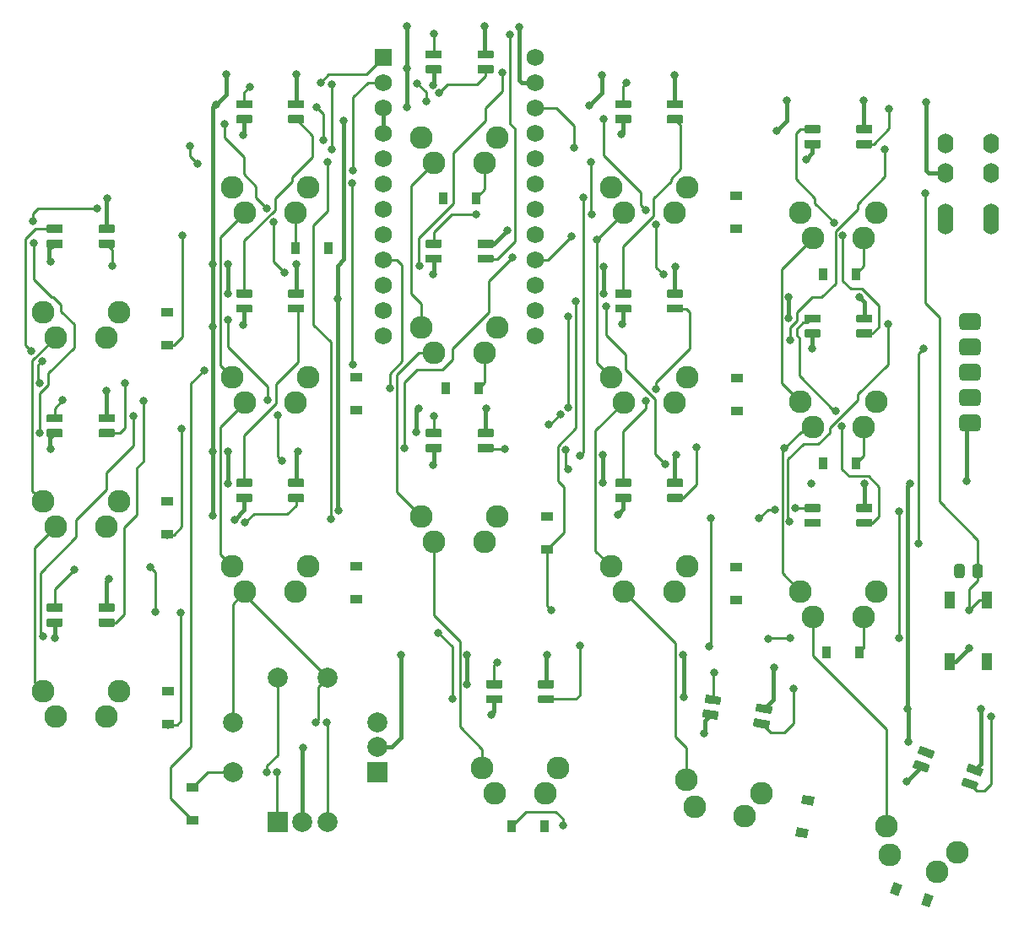
<source format=gbr>
%TF.GenerationSoftware,KiCad,Pcbnew,(5.1.10)-1*%
%TF.CreationDate,2021-11-02T14:07:56-07:00*%
%TF.ProjectId,babykeeb,62616279-6b65-4656-922e-6b696361645f,rev?*%
%TF.SameCoordinates,Original*%
%TF.FileFunction,Copper,L1,Top*%
%TF.FilePolarity,Positive*%
%FSLAX46Y46*%
G04 Gerber Fmt 4.6, Leading zero omitted, Abs format (unit mm)*
G04 Created by KiCad (PCBNEW (5.1.10)-1) date 2021-11-02 14:07:56*
%MOMM*%
%LPD*%
G01*
G04 APERTURE LIST*
%TA.AperFunction,ComponentPad*%
%ADD10R,2.000000X2.000000*%
%TD*%
%TA.AperFunction,ComponentPad*%
%ADD11C,2.000000*%
%TD*%
%TA.AperFunction,SMDPad,CuDef*%
%ADD12R,1.200000X0.900000*%
%TD*%
%TA.AperFunction,SMDPad,CuDef*%
%ADD13C,0.100000*%
%TD*%
%TA.AperFunction,SMDPad,CuDef*%
%ADD14R,0.900000X1.200000*%
%TD*%
%TA.AperFunction,ComponentPad*%
%ADD15C,2.286000*%
%TD*%
%TA.AperFunction,ComponentPad*%
%ADD16O,1.600000X2.000000*%
%TD*%
%TA.AperFunction,ComponentPad*%
%ADD17C,1.752600*%
%TD*%
%TA.AperFunction,ComponentPad*%
%ADD18R,1.752600X1.752600*%
%TD*%
%TA.AperFunction,SMDPad,CuDef*%
%ADD19R,1.100000X1.800000*%
%TD*%
%TA.AperFunction,ViaPad*%
%ADD20C,0.800000*%
%TD*%
%TA.AperFunction,Conductor*%
%ADD21C,0.381000*%
%TD*%
%TA.AperFunction,Conductor*%
%ADD22C,0.254000*%
%TD*%
G04 APERTURE END LIST*
D10*
%TO.P,SW7,A*%
%TO.N,ENC1A*%
X80741593Y-111693404D03*
D11*
%TO.P,SW7,C*%
%TO.N,GND*%
X83241593Y-111693404D03*
%TO.P,SW7,B*%
%TO.N,ENC1B*%
X85741593Y-111693404D03*
%TO.P,SW7,S2*%
%TO.N,Net-(D37-Pad2)*%
X80741593Y-97193404D03*
%TO.P,SW7,S1*%
%TO.N,col1*%
X85741593Y-97193404D03*
%TD*%
%TO.P,D73,3*%
%TO.N,GND*%
%TA.AperFunction,SMDPad,CuDef*%
G36*
G01*
X151219764Y-107117646D02*
X149870365Y-106626505D01*
G75*
G02*
X149821356Y-106521404I28046J77055D01*
G01*
X150045721Y-105904965D01*
G75*
G02*
X150150822Y-105855956I77055J-28046D01*
G01*
X151500221Y-106347097D01*
G75*
G02*
X151549230Y-106452198I-28046J-77055D01*
G01*
X151324865Y-107068637D01*
G75*
G02*
X151219764Y-107117646I-77055J28046D01*
G01*
G37*
%TD.AperFunction*%
%TO.P,D73,4*%
%TO.N,Net-(D71-Pad2)*%
%TA.AperFunction,SMDPad,CuDef*%
G36*
G01*
X150706734Y-108527185D02*
X149357335Y-108036044D01*
G75*
G02*
X149308326Y-107930943I28046J77055D01*
G01*
X149532691Y-107314504D01*
G75*
G02*
X149637792Y-107265495I77055J-28046D01*
G01*
X150987191Y-107756636D01*
G75*
G02*
X151036200Y-107861737I-28046J-77055D01*
G01*
X150811835Y-108478176D01*
G75*
G02*
X150706734Y-108527185I-77055J28046D01*
G01*
G37*
%TD.AperFunction*%
%TO.P,D73,2*%
%TO.N,Net-(D73-Pad2)*%
%TA.AperFunction,SMDPad,CuDef*%
G36*
G01*
X146333362Y-105339142D02*
X144983963Y-104848001D01*
G75*
G02*
X144934954Y-104742900I28046J77055D01*
G01*
X145159319Y-104126461D01*
G75*
G02*
X145264420Y-104077452I77055J-28046D01*
G01*
X146613819Y-104568593D01*
G75*
G02*
X146662828Y-104673694I-28046J-77055D01*
G01*
X146438463Y-105290133D01*
G75*
G02*
X146333362Y-105339142I-77055J28046D01*
G01*
G37*
%TD.AperFunction*%
%TO.P,D73,1*%
%TO.N,+5V*%
%TA.AperFunction,SMDPad,CuDef*%
G36*
G01*
X145820332Y-106748681D02*
X144470933Y-106257540D01*
G75*
G02*
X144421924Y-106152439I28046J77055D01*
G01*
X144646289Y-105536000D01*
G75*
G02*
X144751390Y-105486991I77055J-28046D01*
G01*
X146100789Y-105978132D01*
G75*
G02*
X146149798Y-106083233I-28046J-77055D01*
G01*
X145925433Y-106699672D01*
G75*
G02*
X145820332Y-106748681I-77055J28046D01*
G01*
G37*
%TD.AperFunction*%
%TD*%
%TO.P,D72,3*%
%TO.N,GND*%
%TA.AperFunction,SMDPad,CuDef*%
G36*
G01*
X102315586Y-73106488D02*
X100879586Y-73106488D01*
G75*
G02*
X100797586Y-73024488I0J82000D01*
G01*
X100797586Y-72368488D01*
G75*
G02*
X100879586Y-72286488I82000J0D01*
G01*
X102315586Y-72286488D01*
G75*
G02*
X102397586Y-72368488I0J-82000D01*
G01*
X102397586Y-73024488D01*
G75*
G02*
X102315586Y-73106488I-82000J0D01*
G01*
G37*
%TD.AperFunction*%
%TO.P,D72,4*%
%TO.N,Net-(D70-Pad2)*%
%TA.AperFunction,SMDPad,CuDef*%
G36*
G01*
X102315586Y-74606488D02*
X100879586Y-74606488D01*
G75*
G02*
X100797586Y-74524488I0J82000D01*
G01*
X100797586Y-73868488D01*
G75*
G02*
X100879586Y-73786488I82000J0D01*
G01*
X102315586Y-73786488D01*
G75*
G02*
X102397586Y-73868488I0J-82000D01*
G01*
X102397586Y-74524488D01*
G75*
G02*
X102315586Y-74606488I-82000J0D01*
G01*
G37*
%TD.AperFunction*%
%TO.P,D72,2*%
%TO.N,Net-(D39-Pad4)*%
%TA.AperFunction,SMDPad,CuDef*%
G36*
G01*
X97115586Y-73106488D02*
X95679586Y-73106488D01*
G75*
G02*
X95597586Y-73024488I0J82000D01*
G01*
X95597586Y-72368488D01*
G75*
G02*
X95679586Y-72286488I82000J0D01*
G01*
X97115586Y-72286488D01*
G75*
G02*
X97197586Y-72368488I0J-82000D01*
G01*
X97197586Y-73024488D01*
G75*
G02*
X97115586Y-73106488I-82000J0D01*
G01*
G37*
%TD.AperFunction*%
%TO.P,D72,1*%
%TO.N,+5V*%
%TA.AperFunction,SMDPad,CuDef*%
G36*
G01*
X97115586Y-74606488D02*
X95679586Y-74606488D01*
G75*
G02*
X95597586Y-74524488I0J82000D01*
G01*
X95597586Y-73868488D01*
G75*
G02*
X95679586Y-73786488I82000J0D01*
G01*
X97115586Y-73786488D01*
G75*
G02*
X97197586Y-73868488I0J-82000D01*
G01*
X97197586Y-74524488D01*
G75*
G02*
X97115586Y-74606488I-82000J0D01*
G01*
G37*
%TD.AperFunction*%
%TD*%
%TO.P,D71,3*%
%TO.N,GND*%
%TA.AperFunction,SMDPad,CuDef*%
G36*
G01*
X130172439Y-100879263D02*
X128758255Y-100629905D01*
G75*
G02*
X128691740Y-100534912I14239J80754D01*
G01*
X128805654Y-99888878D01*
G75*
G02*
X128900647Y-99822363I80754J-14239D01*
G01*
X130314831Y-100071721D01*
G75*
G02*
X130381346Y-100166714I-14239J-80754D01*
G01*
X130267432Y-100812748D01*
G75*
G02*
X130172439Y-100879263I-80754J14239D01*
G01*
G37*
%TD.AperFunction*%
%TO.P,D71,4*%
%TO.N,Net-(D68-Pad2)*%
%TA.AperFunction,SMDPad,CuDef*%
G36*
G01*
X129911967Y-102356475D02*
X128497783Y-102107117D01*
G75*
G02*
X128431268Y-102012124I14239J80754D01*
G01*
X128545182Y-101366090D01*
G75*
G02*
X128640175Y-101299575I80754J-14239D01*
G01*
X130054359Y-101548933D01*
G75*
G02*
X130120874Y-101643926I-14239J-80754D01*
G01*
X130006960Y-102289960D01*
G75*
G02*
X129911967Y-102356475I-80754J14239D01*
G01*
G37*
%TD.AperFunction*%
%TO.P,D71,2*%
%TO.N,Net-(D71-Pad2)*%
%TA.AperFunction,SMDPad,CuDef*%
G36*
G01*
X125051439Y-99976293D02*
X123637255Y-99726935D01*
G75*
G02*
X123570740Y-99631942I14239J80754D01*
G01*
X123684654Y-98985908D01*
G75*
G02*
X123779647Y-98919393I80754J-14239D01*
G01*
X125193831Y-99168751D01*
G75*
G02*
X125260346Y-99263744I-14239J-80754D01*
G01*
X125146432Y-99909778D01*
G75*
G02*
X125051439Y-99976293I-80754J14239D01*
G01*
G37*
%TD.AperFunction*%
%TO.P,D71,1*%
%TO.N,+5V*%
%TA.AperFunction,SMDPad,CuDef*%
G36*
G01*
X124790966Y-101453504D02*
X123376782Y-101204146D01*
G75*
G02*
X123310267Y-101109153I14239J80754D01*
G01*
X123424181Y-100463119D01*
G75*
G02*
X123519174Y-100396604I80754J-14239D01*
G01*
X124933358Y-100645962D01*
G75*
G02*
X124999873Y-100740955I-14239J-80754D01*
G01*
X124885959Y-101386989D01*
G75*
G02*
X124790966Y-101453504I-80754J14239D01*
G01*
G37*
%TD.AperFunction*%
%TD*%
%TO.P,D70,3*%
%TO.N,GND*%
%TA.AperFunction,SMDPad,CuDef*%
G36*
G01*
X102315587Y-54106488D02*
X100879587Y-54106488D01*
G75*
G02*
X100797587Y-54024488I0J82000D01*
G01*
X100797587Y-53368488D01*
G75*
G02*
X100879587Y-53286488I82000J0D01*
G01*
X102315587Y-53286488D01*
G75*
G02*
X102397587Y-53368488I0J-82000D01*
G01*
X102397587Y-54024488D01*
G75*
G02*
X102315587Y-54106488I-82000J0D01*
G01*
G37*
%TD.AperFunction*%
%TO.P,D70,4*%
%TO.N,Net-(D69-Pad2)*%
%TA.AperFunction,SMDPad,CuDef*%
G36*
G01*
X102315587Y-55606488D02*
X100879587Y-55606488D01*
G75*
G02*
X100797587Y-55524488I0J82000D01*
G01*
X100797587Y-54868488D01*
G75*
G02*
X100879587Y-54786488I82000J0D01*
G01*
X102315587Y-54786488D01*
G75*
G02*
X102397587Y-54868488I0J-82000D01*
G01*
X102397587Y-55524488D01*
G75*
G02*
X102315587Y-55606488I-82000J0D01*
G01*
G37*
%TD.AperFunction*%
%TO.P,D70,2*%
%TO.N,Net-(D70-Pad2)*%
%TA.AperFunction,SMDPad,CuDef*%
G36*
G01*
X97115587Y-54106488D02*
X95679587Y-54106488D01*
G75*
G02*
X95597587Y-54024488I0J82000D01*
G01*
X95597587Y-53368488D01*
G75*
G02*
X95679587Y-53286488I82000J0D01*
G01*
X97115587Y-53286488D01*
G75*
G02*
X97197587Y-53368488I0J-82000D01*
G01*
X97197587Y-54024488D01*
G75*
G02*
X97115587Y-54106488I-82000J0D01*
G01*
G37*
%TD.AperFunction*%
%TO.P,D70,1*%
%TO.N,+5V*%
%TA.AperFunction,SMDPad,CuDef*%
G36*
G01*
X97115587Y-55606488D02*
X95679587Y-55606488D01*
G75*
G02*
X95597587Y-55524488I0J82000D01*
G01*
X95597587Y-54868488D01*
G75*
G02*
X95679587Y-54786488I82000J0D01*
G01*
X97115587Y-54786488D01*
G75*
G02*
X97197587Y-54868488I0J-82000D01*
G01*
X97197587Y-55524488D01*
G75*
G02*
X97115587Y-55606488I-82000J0D01*
G01*
G37*
%TD.AperFunction*%
%TD*%
%TO.P,D69,3*%
%TO.N,GND*%
%TA.AperFunction,SMDPad,CuDef*%
G36*
G01*
X102315587Y-35106489D02*
X100879587Y-35106489D01*
G75*
G02*
X100797587Y-35024489I0J82000D01*
G01*
X100797587Y-34368489D01*
G75*
G02*
X100879587Y-34286489I82000J0D01*
G01*
X102315587Y-34286489D01*
G75*
G02*
X102397587Y-34368489I0J-82000D01*
G01*
X102397587Y-35024489D01*
G75*
G02*
X102315587Y-35106489I-82000J0D01*
G01*
G37*
%TD.AperFunction*%
%TO.P,D69,4*%
%TO.N,Net-(D67-Pad2)*%
%TA.AperFunction,SMDPad,CuDef*%
G36*
G01*
X102315587Y-36606489D02*
X100879587Y-36606489D01*
G75*
G02*
X100797587Y-36524489I0J82000D01*
G01*
X100797587Y-35868489D01*
G75*
G02*
X100879587Y-35786489I82000J0D01*
G01*
X102315587Y-35786489D01*
G75*
G02*
X102397587Y-35868489I0J-82000D01*
G01*
X102397587Y-36524489D01*
G75*
G02*
X102315587Y-36606489I-82000J0D01*
G01*
G37*
%TD.AperFunction*%
%TO.P,D69,2*%
%TO.N,Net-(D69-Pad2)*%
%TA.AperFunction,SMDPad,CuDef*%
G36*
G01*
X97115587Y-35106489D02*
X95679587Y-35106489D01*
G75*
G02*
X95597587Y-35024489I0J82000D01*
G01*
X95597587Y-34368489D01*
G75*
G02*
X95679587Y-34286489I82000J0D01*
G01*
X97115587Y-34286489D01*
G75*
G02*
X97197587Y-34368489I0J-82000D01*
G01*
X97197587Y-35024489D01*
G75*
G02*
X97115587Y-35106489I-82000J0D01*
G01*
G37*
%TD.AperFunction*%
%TO.P,D69,1*%
%TO.N,+5V*%
%TA.AperFunction,SMDPad,CuDef*%
G36*
G01*
X97115587Y-36606489D02*
X95679587Y-36606489D01*
G75*
G02*
X95597587Y-36524489I0J82000D01*
G01*
X95597587Y-35868489D01*
G75*
G02*
X95679587Y-35786489I82000J0D01*
G01*
X97115587Y-35786489D01*
G75*
G02*
X97197587Y-35868489I0J-82000D01*
G01*
X97197587Y-36524489D01*
G75*
G02*
X97115587Y-36606489I-82000J0D01*
G01*
G37*
%TD.AperFunction*%
%TD*%
%TO.P,D68,3*%
%TO.N,GND*%
%TA.AperFunction,SMDPad,CuDef*%
G36*
G01*
X108396593Y-98294405D02*
X106960593Y-98294405D01*
G75*
G02*
X106878593Y-98212405I0J82000D01*
G01*
X106878593Y-97556405D01*
G75*
G02*
X106960593Y-97474405I82000J0D01*
G01*
X108396593Y-97474405D01*
G75*
G02*
X108478593Y-97556405I0J-82000D01*
G01*
X108478593Y-98212405D01*
G75*
G02*
X108396593Y-98294405I-82000J0D01*
G01*
G37*
%TD.AperFunction*%
%TO.P,D68,4*%
%TO.N,Net-(D66-Pad2)*%
%TA.AperFunction,SMDPad,CuDef*%
G36*
G01*
X108396593Y-99794405D02*
X106960593Y-99794405D01*
G75*
G02*
X106878593Y-99712405I0J82000D01*
G01*
X106878593Y-99056405D01*
G75*
G02*
X106960593Y-98974405I82000J0D01*
G01*
X108396593Y-98974405D01*
G75*
G02*
X108478593Y-99056405I0J-82000D01*
G01*
X108478593Y-99712405D01*
G75*
G02*
X108396593Y-99794405I-82000J0D01*
G01*
G37*
%TD.AperFunction*%
%TO.P,D68,2*%
%TO.N,Net-(D68-Pad2)*%
%TA.AperFunction,SMDPad,CuDef*%
G36*
G01*
X103196593Y-98294405D02*
X101760593Y-98294405D01*
G75*
G02*
X101678593Y-98212405I0J82000D01*
G01*
X101678593Y-97556405D01*
G75*
G02*
X101760593Y-97474405I82000J0D01*
G01*
X103196593Y-97474405D01*
G75*
G02*
X103278593Y-97556405I0J-82000D01*
G01*
X103278593Y-98212405D01*
G75*
G02*
X103196593Y-98294405I-82000J0D01*
G01*
G37*
%TD.AperFunction*%
%TO.P,D68,1*%
%TO.N,+5V*%
%TA.AperFunction,SMDPad,CuDef*%
G36*
G01*
X103196593Y-99794405D02*
X101760593Y-99794405D01*
G75*
G02*
X101678593Y-99712405I0J82000D01*
G01*
X101678593Y-99056405D01*
G75*
G02*
X101760593Y-98974405I82000J0D01*
G01*
X103196593Y-98974405D01*
G75*
G02*
X103278593Y-99056405I0J-82000D01*
G01*
X103278593Y-99712405D01*
G75*
G02*
X103196593Y-99794405I-82000J0D01*
G01*
G37*
%TD.AperFunction*%
%TD*%
%TO.P,D67,3*%
%TO.N,GND*%
%TA.AperFunction,SMDPad,CuDef*%
G36*
G01*
X83315588Y-40106489D02*
X81879588Y-40106489D01*
G75*
G02*
X81797588Y-40024489I0J82000D01*
G01*
X81797588Y-39368489D01*
G75*
G02*
X81879588Y-39286489I82000J0D01*
G01*
X83315588Y-39286489D01*
G75*
G02*
X83397588Y-39368489I0J-82000D01*
G01*
X83397588Y-40024489D01*
G75*
G02*
X83315588Y-40106489I-82000J0D01*
G01*
G37*
%TD.AperFunction*%
%TO.P,D67,4*%
%TO.N,Net-(D65-Pad2)*%
%TA.AperFunction,SMDPad,CuDef*%
G36*
G01*
X83315588Y-41606489D02*
X81879588Y-41606489D01*
G75*
G02*
X81797588Y-41524489I0J82000D01*
G01*
X81797588Y-40868489D01*
G75*
G02*
X81879588Y-40786489I82000J0D01*
G01*
X83315588Y-40786489D01*
G75*
G02*
X83397588Y-40868489I0J-82000D01*
G01*
X83397588Y-41524489D01*
G75*
G02*
X83315588Y-41606489I-82000J0D01*
G01*
G37*
%TD.AperFunction*%
%TO.P,D67,2*%
%TO.N,Net-(D67-Pad2)*%
%TA.AperFunction,SMDPad,CuDef*%
G36*
G01*
X78115588Y-40106489D02*
X76679588Y-40106489D01*
G75*
G02*
X76597588Y-40024489I0J82000D01*
G01*
X76597588Y-39368489D01*
G75*
G02*
X76679588Y-39286489I82000J0D01*
G01*
X78115588Y-39286489D01*
G75*
G02*
X78197588Y-39368489I0J-82000D01*
G01*
X78197588Y-40024489D01*
G75*
G02*
X78115588Y-40106489I-82000J0D01*
G01*
G37*
%TD.AperFunction*%
%TO.P,D67,1*%
%TO.N,+5V*%
%TA.AperFunction,SMDPad,CuDef*%
G36*
G01*
X78115588Y-41606489D02*
X76679588Y-41606489D01*
G75*
G02*
X76597588Y-41524489I0J82000D01*
G01*
X76597588Y-40868489D01*
G75*
G02*
X76679588Y-40786489I82000J0D01*
G01*
X78115588Y-40786489D01*
G75*
G02*
X78197588Y-40868489I0J-82000D01*
G01*
X78197588Y-41524489D01*
G75*
G02*
X78115588Y-41606489I-82000J0D01*
G01*
G37*
%TD.AperFunction*%
%TD*%
%TO.P,D66,3*%
%TO.N,GND*%
%TA.AperFunction,SMDPad,CuDef*%
G36*
G01*
X140315585Y-80606488D02*
X138879585Y-80606488D01*
G75*
G02*
X138797585Y-80524488I0J82000D01*
G01*
X138797585Y-79868488D01*
G75*
G02*
X138879585Y-79786488I82000J0D01*
G01*
X140315585Y-79786488D01*
G75*
G02*
X140397585Y-79868488I0J-82000D01*
G01*
X140397585Y-80524488D01*
G75*
G02*
X140315585Y-80606488I-82000J0D01*
G01*
G37*
%TD.AperFunction*%
%TO.P,D66,4*%
%TO.N,Net-(D64-Pad2)*%
%TA.AperFunction,SMDPad,CuDef*%
G36*
G01*
X140315585Y-82106488D02*
X138879585Y-82106488D01*
G75*
G02*
X138797585Y-82024488I0J82000D01*
G01*
X138797585Y-81368488D01*
G75*
G02*
X138879585Y-81286488I82000J0D01*
G01*
X140315585Y-81286488D01*
G75*
G02*
X140397585Y-81368488I0J-82000D01*
G01*
X140397585Y-82024488D01*
G75*
G02*
X140315585Y-82106488I-82000J0D01*
G01*
G37*
%TD.AperFunction*%
%TO.P,D66,2*%
%TO.N,Net-(D66-Pad2)*%
%TA.AperFunction,SMDPad,CuDef*%
G36*
G01*
X135115585Y-80606488D02*
X133679585Y-80606488D01*
G75*
G02*
X133597585Y-80524488I0J82000D01*
G01*
X133597585Y-79868488D01*
G75*
G02*
X133679585Y-79786488I82000J0D01*
G01*
X135115585Y-79786488D01*
G75*
G02*
X135197585Y-79868488I0J-82000D01*
G01*
X135197585Y-80524488D01*
G75*
G02*
X135115585Y-80606488I-82000J0D01*
G01*
G37*
%TD.AperFunction*%
%TO.P,D66,1*%
%TO.N,+5V*%
%TA.AperFunction,SMDPad,CuDef*%
G36*
G01*
X135115585Y-82106488D02*
X133679585Y-82106488D01*
G75*
G02*
X133597585Y-82024488I0J82000D01*
G01*
X133597585Y-81368488D01*
G75*
G02*
X133679585Y-81286488I82000J0D01*
G01*
X135115585Y-81286488D01*
G75*
G02*
X135197585Y-81368488I0J-82000D01*
G01*
X135197585Y-82024488D01*
G75*
G02*
X135115585Y-82106488I-82000J0D01*
G01*
G37*
%TD.AperFunction*%
%TD*%
%TO.P,D65,3*%
%TO.N,GND*%
%TA.AperFunction,SMDPad,CuDef*%
G36*
G01*
X83315588Y-59106488D02*
X81879588Y-59106488D01*
G75*
G02*
X81797588Y-59024488I0J82000D01*
G01*
X81797588Y-58368488D01*
G75*
G02*
X81879588Y-58286488I82000J0D01*
G01*
X83315588Y-58286488D01*
G75*
G02*
X83397588Y-58368488I0J-82000D01*
G01*
X83397588Y-59024488D01*
G75*
G02*
X83315588Y-59106488I-82000J0D01*
G01*
G37*
%TD.AperFunction*%
%TO.P,D65,4*%
%TO.N,Net-(D63-Pad2)*%
%TA.AperFunction,SMDPad,CuDef*%
G36*
G01*
X83315588Y-60606488D02*
X81879588Y-60606488D01*
G75*
G02*
X81797588Y-60524488I0J82000D01*
G01*
X81797588Y-59868488D01*
G75*
G02*
X81879588Y-59786488I82000J0D01*
G01*
X83315588Y-59786488D01*
G75*
G02*
X83397588Y-59868488I0J-82000D01*
G01*
X83397588Y-60524488D01*
G75*
G02*
X83315588Y-60606488I-82000J0D01*
G01*
G37*
%TD.AperFunction*%
%TO.P,D65,2*%
%TO.N,Net-(D65-Pad2)*%
%TA.AperFunction,SMDPad,CuDef*%
G36*
G01*
X78115588Y-59106488D02*
X76679588Y-59106488D01*
G75*
G02*
X76597588Y-59024488I0J82000D01*
G01*
X76597588Y-58368488D01*
G75*
G02*
X76679588Y-58286488I82000J0D01*
G01*
X78115588Y-58286488D01*
G75*
G02*
X78197588Y-58368488I0J-82000D01*
G01*
X78197588Y-59024488D01*
G75*
G02*
X78115588Y-59106488I-82000J0D01*
G01*
G37*
%TD.AperFunction*%
%TO.P,D65,1*%
%TO.N,+5V*%
%TA.AperFunction,SMDPad,CuDef*%
G36*
G01*
X78115588Y-60606488D02*
X76679588Y-60606488D01*
G75*
G02*
X76597588Y-60524488I0J82000D01*
G01*
X76597588Y-59868488D01*
G75*
G02*
X76679588Y-59786488I82000J0D01*
G01*
X78115588Y-59786488D01*
G75*
G02*
X78197588Y-59868488I0J-82000D01*
G01*
X78197588Y-60524488D01*
G75*
G02*
X78115588Y-60606488I-82000J0D01*
G01*
G37*
%TD.AperFunction*%
%TD*%
%TO.P,D64,3*%
%TO.N,GND*%
%TA.AperFunction,SMDPad,CuDef*%
G36*
G01*
X140315585Y-61606489D02*
X138879585Y-61606489D01*
G75*
G02*
X138797585Y-61524489I0J82000D01*
G01*
X138797585Y-60868489D01*
G75*
G02*
X138879585Y-60786489I82000J0D01*
G01*
X140315585Y-60786489D01*
G75*
G02*
X140397585Y-60868489I0J-82000D01*
G01*
X140397585Y-61524489D01*
G75*
G02*
X140315585Y-61606489I-82000J0D01*
G01*
G37*
%TD.AperFunction*%
%TO.P,D64,4*%
%TO.N,Net-(D62-Pad2)*%
%TA.AperFunction,SMDPad,CuDef*%
G36*
G01*
X140315585Y-63106489D02*
X138879585Y-63106489D01*
G75*
G02*
X138797585Y-63024489I0J82000D01*
G01*
X138797585Y-62368489D01*
G75*
G02*
X138879585Y-62286489I82000J0D01*
G01*
X140315585Y-62286489D01*
G75*
G02*
X140397585Y-62368489I0J-82000D01*
G01*
X140397585Y-63024489D01*
G75*
G02*
X140315585Y-63106489I-82000J0D01*
G01*
G37*
%TD.AperFunction*%
%TO.P,D64,2*%
%TO.N,Net-(D64-Pad2)*%
%TA.AperFunction,SMDPad,CuDef*%
G36*
G01*
X135115585Y-61606489D02*
X133679585Y-61606489D01*
G75*
G02*
X133597585Y-61524489I0J82000D01*
G01*
X133597585Y-60868489D01*
G75*
G02*
X133679585Y-60786489I82000J0D01*
G01*
X135115585Y-60786489D01*
G75*
G02*
X135197585Y-60868489I0J-82000D01*
G01*
X135197585Y-61524489D01*
G75*
G02*
X135115585Y-61606489I-82000J0D01*
G01*
G37*
%TD.AperFunction*%
%TO.P,D64,1*%
%TO.N,+5V*%
%TA.AperFunction,SMDPad,CuDef*%
G36*
G01*
X135115585Y-63106489D02*
X133679585Y-63106489D01*
G75*
G02*
X133597585Y-63024489I0J82000D01*
G01*
X133597585Y-62368489D01*
G75*
G02*
X133679585Y-62286489I82000J0D01*
G01*
X135115585Y-62286489D01*
G75*
G02*
X135197585Y-62368489I0J-82000D01*
G01*
X135197585Y-63024489D01*
G75*
G02*
X135115585Y-63106489I-82000J0D01*
G01*
G37*
%TD.AperFunction*%
%TD*%
%TO.P,D63,3*%
%TO.N,GND*%
%TA.AperFunction,SMDPad,CuDef*%
G36*
G01*
X83315587Y-78106487D02*
X81879587Y-78106487D01*
G75*
G02*
X81797587Y-78024487I0J82000D01*
G01*
X81797587Y-77368487D01*
G75*
G02*
X81879587Y-77286487I82000J0D01*
G01*
X83315587Y-77286487D01*
G75*
G02*
X83397587Y-77368487I0J-82000D01*
G01*
X83397587Y-78024487D01*
G75*
G02*
X83315587Y-78106487I-82000J0D01*
G01*
G37*
%TD.AperFunction*%
%TO.P,D63,4*%
%TO.N,Net-(D58-Pad2)*%
%TA.AperFunction,SMDPad,CuDef*%
G36*
G01*
X83315587Y-79606487D02*
X81879587Y-79606487D01*
G75*
G02*
X81797587Y-79524487I0J82000D01*
G01*
X81797587Y-78868487D01*
G75*
G02*
X81879587Y-78786487I82000J0D01*
G01*
X83315587Y-78786487D01*
G75*
G02*
X83397587Y-78868487I0J-82000D01*
G01*
X83397587Y-79524487D01*
G75*
G02*
X83315587Y-79606487I-82000J0D01*
G01*
G37*
%TD.AperFunction*%
%TO.P,D63,2*%
%TO.N,Net-(D63-Pad2)*%
%TA.AperFunction,SMDPad,CuDef*%
G36*
G01*
X78115587Y-78106487D02*
X76679587Y-78106487D01*
G75*
G02*
X76597587Y-78024487I0J82000D01*
G01*
X76597587Y-77368487D01*
G75*
G02*
X76679587Y-77286487I82000J0D01*
G01*
X78115587Y-77286487D01*
G75*
G02*
X78197587Y-77368487I0J-82000D01*
G01*
X78197587Y-78024487D01*
G75*
G02*
X78115587Y-78106487I-82000J0D01*
G01*
G37*
%TD.AperFunction*%
%TO.P,D63,1*%
%TO.N,+5V*%
%TA.AperFunction,SMDPad,CuDef*%
G36*
G01*
X78115587Y-79606487D02*
X76679587Y-79606487D01*
G75*
G02*
X76597587Y-79524487I0J82000D01*
G01*
X76597587Y-78868487D01*
G75*
G02*
X76679587Y-78786487I82000J0D01*
G01*
X78115587Y-78786487D01*
G75*
G02*
X78197587Y-78868487I0J-82000D01*
G01*
X78197587Y-79524487D01*
G75*
G02*
X78115587Y-79606487I-82000J0D01*
G01*
G37*
%TD.AperFunction*%
%TD*%
%TO.P,D62,3*%
%TO.N,GND*%
%TA.AperFunction,SMDPad,CuDef*%
G36*
G01*
X140315585Y-42606490D02*
X138879585Y-42606490D01*
G75*
G02*
X138797585Y-42524490I0J82000D01*
G01*
X138797585Y-41868490D01*
G75*
G02*
X138879585Y-41786490I82000J0D01*
G01*
X140315585Y-41786490D01*
G75*
G02*
X140397585Y-41868490I0J-82000D01*
G01*
X140397585Y-42524490D01*
G75*
G02*
X140315585Y-42606490I-82000J0D01*
G01*
G37*
%TD.AperFunction*%
%TO.P,D62,4*%
%TO.N,Net-(D61-Pad2)*%
%TA.AperFunction,SMDPad,CuDef*%
G36*
G01*
X140315585Y-44106490D02*
X138879585Y-44106490D01*
G75*
G02*
X138797585Y-44024490I0J82000D01*
G01*
X138797585Y-43368490D01*
G75*
G02*
X138879585Y-43286490I82000J0D01*
G01*
X140315585Y-43286490D01*
G75*
G02*
X140397585Y-43368490I0J-82000D01*
G01*
X140397585Y-44024490D01*
G75*
G02*
X140315585Y-44106490I-82000J0D01*
G01*
G37*
%TD.AperFunction*%
%TO.P,D62,2*%
%TO.N,Net-(D62-Pad2)*%
%TA.AperFunction,SMDPad,CuDef*%
G36*
G01*
X135115585Y-42606490D02*
X133679585Y-42606490D01*
G75*
G02*
X133597585Y-42524490I0J82000D01*
G01*
X133597585Y-41868490D01*
G75*
G02*
X133679585Y-41786490I82000J0D01*
G01*
X135115585Y-41786490D01*
G75*
G02*
X135197585Y-41868490I0J-82000D01*
G01*
X135197585Y-42524490D01*
G75*
G02*
X135115585Y-42606490I-82000J0D01*
G01*
G37*
%TD.AperFunction*%
%TO.P,D62,1*%
%TO.N,+5V*%
%TA.AperFunction,SMDPad,CuDef*%
G36*
G01*
X135115585Y-44106490D02*
X133679585Y-44106490D01*
G75*
G02*
X133597585Y-44024490I0J82000D01*
G01*
X133597585Y-43368490D01*
G75*
G02*
X133679585Y-43286490I82000J0D01*
G01*
X135115585Y-43286490D01*
G75*
G02*
X135197585Y-43368490I0J-82000D01*
G01*
X135197585Y-44024490D01*
G75*
G02*
X135115585Y-44106490I-82000J0D01*
G01*
G37*
%TD.AperFunction*%
%TD*%
%TO.P,D61,3*%
%TO.N,GND*%
%TA.AperFunction,SMDPad,CuDef*%
G36*
G01*
X121315586Y-40106489D02*
X119879586Y-40106489D01*
G75*
G02*
X119797586Y-40024489I0J82000D01*
G01*
X119797586Y-39368489D01*
G75*
G02*
X119879586Y-39286489I82000J0D01*
G01*
X121315586Y-39286489D01*
G75*
G02*
X121397586Y-39368489I0J-82000D01*
G01*
X121397586Y-40024489D01*
G75*
G02*
X121315586Y-40106489I-82000J0D01*
G01*
G37*
%TD.AperFunction*%
%TO.P,D61,4*%
%TO.N,Net-(D44-Pad2)*%
%TA.AperFunction,SMDPad,CuDef*%
G36*
G01*
X121315586Y-41606489D02*
X119879586Y-41606489D01*
G75*
G02*
X119797586Y-41524489I0J82000D01*
G01*
X119797586Y-40868489D01*
G75*
G02*
X119879586Y-40786489I82000J0D01*
G01*
X121315586Y-40786489D01*
G75*
G02*
X121397586Y-40868489I0J-82000D01*
G01*
X121397586Y-41524489D01*
G75*
G02*
X121315586Y-41606489I-82000J0D01*
G01*
G37*
%TD.AperFunction*%
%TO.P,D61,2*%
%TO.N,Net-(D61-Pad2)*%
%TA.AperFunction,SMDPad,CuDef*%
G36*
G01*
X116115586Y-40106489D02*
X114679586Y-40106489D01*
G75*
G02*
X114597586Y-40024489I0J82000D01*
G01*
X114597586Y-39368489D01*
G75*
G02*
X114679586Y-39286489I82000J0D01*
G01*
X116115586Y-39286489D01*
G75*
G02*
X116197586Y-39368489I0J-82000D01*
G01*
X116197586Y-40024489D01*
G75*
G02*
X116115586Y-40106489I-82000J0D01*
G01*
G37*
%TD.AperFunction*%
%TO.P,D61,1*%
%TO.N,+5V*%
%TA.AperFunction,SMDPad,CuDef*%
G36*
G01*
X116115586Y-41606489D02*
X114679586Y-41606489D01*
G75*
G02*
X114597586Y-41524489I0J82000D01*
G01*
X114597586Y-40868489D01*
G75*
G02*
X114679586Y-40786489I82000J0D01*
G01*
X116115586Y-40786489D01*
G75*
G02*
X116197586Y-40868489I0J-82000D01*
G01*
X116197586Y-41524489D01*
G75*
G02*
X116115586Y-41606489I-82000J0D01*
G01*
G37*
%TD.AperFunction*%
%TD*%
%TO.P,D58,3*%
%TO.N,GND*%
%TA.AperFunction,SMDPad,CuDef*%
G36*
G01*
X64315588Y-90606486D02*
X62879588Y-90606486D01*
G75*
G02*
X62797588Y-90524486I0J82000D01*
G01*
X62797588Y-89868486D01*
G75*
G02*
X62879588Y-89786486I82000J0D01*
G01*
X64315588Y-89786486D01*
G75*
G02*
X64397588Y-89868486I0J-82000D01*
G01*
X64397588Y-90524486D01*
G75*
G02*
X64315588Y-90606486I-82000J0D01*
G01*
G37*
%TD.AperFunction*%
%TO.P,D58,4*%
%TO.N,Net-(D40-Pad2)*%
%TA.AperFunction,SMDPad,CuDef*%
G36*
G01*
X64315588Y-92106486D02*
X62879588Y-92106486D01*
G75*
G02*
X62797588Y-92024486I0J82000D01*
G01*
X62797588Y-91368486D01*
G75*
G02*
X62879588Y-91286486I82000J0D01*
G01*
X64315588Y-91286486D01*
G75*
G02*
X64397588Y-91368486I0J-82000D01*
G01*
X64397588Y-92024486D01*
G75*
G02*
X64315588Y-92106486I-82000J0D01*
G01*
G37*
%TD.AperFunction*%
%TO.P,D58,2*%
%TO.N,Net-(D58-Pad2)*%
%TA.AperFunction,SMDPad,CuDef*%
G36*
G01*
X59115588Y-90606486D02*
X57679588Y-90606486D01*
G75*
G02*
X57597588Y-90524486I0J82000D01*
G01*
X57597588Y-89868486D01*
G75*
G02*
X57679588Y-89786486I82000J0D01*
G01*
X59115588Y-89786486D01*
G75*
G02*
X59197588Y-89868486I0J-82000D01*
G01*
X59197588Y-90524486D01*
G75*
G02*
X59115588Y-90606486I-82000J0D01*
G01*
G37*
%TD.AperFunction*%
%TO.P,D58,1*%
%TO.N,+5V*%
%TA.AperFunction,SMDPad,CuDef*%
G36*
G01*
X59115588Y-92106486D02*
X57679588Y-92106486D01*
G75*
G02*
X57597588Y-92024486I0J82000D01*
G01*
X57597588Y-91368486D01*
G75*
G02*
X57679588Y-91286486I82000J0D01*
G01*
X59115588Y-91286486D01*
G75*
G02*
X59197588Y-91368486I0J-82000D01*
G01*
X59197588Y-92024486D01*
G75*
G02*
X59115588Y-92106486I-82000J0D01*
G01*
G37*
%TD.AperFunction*%
%TD*%
%TO.P,D44,3*%
%TO.N,GND*%
%TA.AperFunction,SMDPad,CuDef*%
G36*
G01*
X121315586Y-59106488D02*
X119879586Y-59106488D01*
G75*
G02*
X119797586Y-59024488I0J82000D01*
G01*
X119797586Y-58368488D01*
G75*
G02*
X119879586Y-58286488I82000J0D01*
G01*
X121315586Y-58286488D01*
G75*
G02*
X121397586Y-58368488I0J-82000D01*
G01*
X121397586Y-59024488D01*
G75*
G02*
X121315586Y-59106488I-82000J0D01*
G01*
G37*
%TD.AperFunction*%
%TO.P,D44,4*%
%TO.N,Net-(D39-Pad2)*%
%TA.AperFunction,SMDPad,CuDef*%
G36*
G01*
X121315586Y-60606488D02*
X119879586Y-60606488D01*
G75*
G02*
X119797586Y-60524488I0J82000D01*
G01*
X119797586Y-59868488D01*
G75*
G02*
X119879586Y-59786488I82000J0D01*
G01*
X121315586Y-59786488D01*
G75*
G02*
X121397586Y-59868488I0J-82000D01*
G01*
X121397586Y-60524488D01*
G75*
G02*
X121315586Y-60606488I-82000J0D01*
G01*
G37*
%TD.AperFunction*%
%TO.P,D44,2*%
%TO.N,Net-(D44-Pad2)*%
%TA.AperFunction,SMDPad,CuDef*%
G36*
G01*
X116115586Y-59106488D02*
X114679586Y-59106488D01*
G75*
G02*
X114597586Y-59024488I0J82000D01*
G01*
X114597586Y-58368488D01*
G75*
G02*
X114679586Y-58286488I82000J0D01*
G01*
X116115586Y-58286488D01*
G75*
G02*
X116197586Y-58368488I0J-82000D01*
G01*
X116197586Y-59024488D01*
G75*
G02*
X116115586Y-59106488I-82000J0D01*
G01*
G37*
%TD.AperFunction*%
%TO.P,D44,1*%
%TO.N,+5V*%
%TA.AperFunction,SMDPad,CuDef*%
G36*
G01*
X116115586Y-60606488D02*
X114679586Y-60606488D01*
G75*
G02*
X114597586Y-60524488I0J82000D01*
G01*
X114597586Y-59868488D01*
G75*
G02*
X114679586Y-59786488I82000J0D01*
G01*
X116115586Y-59786488D01*
G75*
G02*
X116197586Y-59868488I0J-82000D01*
G01*
X116197586Y-60524488D01*
G75*
G02*
X116115586Y-60606488I-82000J0D01*
G01*
G37*
%TD.AperFunction*%
%TD*%
%TO.P,D40,3*%
%TO.N,GND*%
%TA.AperFunction,SMDPad,CuDef*%
G36*
G01*
X64315589Y-71606487D02*
X62879589Y-71606487D01*
G75*
G02*
X62797589Y-71524487I0J82000D01*
G01*
X62797589Y-70868487D01*
G75*
G02*
X62879589Y-70786487I82000J0D01*
G01*
X64315589Y-70786487D01*
G75*
G02*
X64397589Y-70868487I0J-82000D01*
G01*
X64397589Y-71524487D01*
G75*
G02*
X64315589Y-71606487I-82000J0D01*
G01*
G37*
%TD.AperFunction*%
%TO.P,D40,4*%
%TO.N,Net-(D38-Pad2)*%
%TA.AperFunction,SMDPad,CuDef*%
G36*
G01*
X64315589Y-73106487D02*
X62879589Y-73106487D01*
G75*
G02*
X62797589Y-73024487I0J82000D01*
G01*
X62797589Y-72368487D01*
G75*
G02*
X62879589Y-72286487I82000J0D01*
G01*
X64315589Y-72286487D01*
G75*
G02*
X64397589Y-72368487I0J-82000D01*
G01*
X64397589Y-73024487D01*
G75*
G02*
X64315589Y-73106487I-82000J0D01*
G01*
G37*
%TD.AperFunction*%
%TO.P,D40,2*%
%TO.N,Net-(D40-Pad2)*%
%TA.AperFunction,SMDPad,CuDef*%
G36*
G01*
X59115589Y-71606487D02*
X57679589Y-71606487D01*
G75*
G02*
X57597589Y-71524487I0J82000D01*
G01*
X57597589Y-70868487D01*
G75*
G02*
X57679589Y-70786487I82000J0D01*
G01*
X59115589Y-70786487D01*
G75*
G02*
X59197589Y-70868487I0J-82000D01*
G01*
X59197589Y-71524487D01*
G75*
G02*
X59115589Y-71606487I-82000J0D01*
G01*
G37*
%TD.AperFunction*%
%TO.P,D40,1*%
%TO.N,+5V*%
%TA.AperFunction,SMDPad,CuDef*%
G36*
G01*
X59115589Y-73106487D02*
X57679589Y-73106487D01*
G75*
G02*
X57597589Y-73024487I0J82000D01*
G01*
X57597589Y-72368487D01*
G75*
G02*
X57679589Y-72286487I82000J0D01*
G01*
X59115589Y-72286487D01*
G75*
G02*
X59197589Y-72368487I0J-82000D01*
G01*
X59197589Y-73024487D01*
G75*
G02*
X59115589Y-73106487I-82000J0D01*
G01*
G37*
%TD.AperFunction*%
%TD*%
%TO.P,D39,3*%
%TO.N,GND*%
%TA.AperFunction,SMDPad,CuDef*%
G36*
G01*
X121315586Y-78106488D02*
X119879586Y-78106488D01*
G75*
G02*
X119797586Y-78024488I0J82000D01*
G01*
X119797586Y-77368488D01*
G75*
G02*
X119879586Y-77286488I82000J0D01*
G01*
X121315586Y-77286488D01*
G75*
G02*
X121397586Y-77368488I0J-82000D01*
G01*
X121397586Y-78024488D01*
G75*
G02*
X121315586Y-78106488I-82000J0D01*
G01*
G37*
%TD.AperFunction*%
%TO.P,D39,4*%
%TO.N,Net-(D39-Pad4)*%
%TA.AperFunction,SMDPad,CuDef*%
G36*
G01*
X121315586Y-79606488D02*
X119879586Y-79606488D01*
G75*
G02*
X119797586Y-79524488I0J82000D01*
G01*
X119797586Y-78868488D01*
G75*
G02*
X119879586Y-78786488I82000J0D01*
G01*
X121315586Y-78786488D01*
G75*
G02*
X121397586Y-78868488I0J-82000D01*
G01*
X121397586Y-79524488D01*
G75*
G02*
X121315586Y-79606488I-82000J0D01*
G01*
G37*
%TD.AperFunction*%
%TO.P,D39,2*%
%TO.N,Net-(D39-Pad2)*%
%TA.AperFunction,SMDPad,CuDef*%
G36*
G01*
X116115586Y-78106488D02*
X114679586Y-78106488D01*
G75*
G02*
X114597586Y-78024488I0J82000D01*
G01*
X114597586Y-77368488D01*
G75*
G02*
X114679586Y-77286488I82000J0D01*
G01*
X116115586Y-77286488D01*
G75*
G02*
X116197586Y-77368488I0J-82000D01*
G01*
X116197586Y-78024488D01*
G75*
G02*
X116115586Y-78106488I-82000J0D01*
G01*
G37*
%TD.AperFunction*%
%TO.P,D39,1*%
%TO.N,+5V*%
%TA.AperFunction,SMDPad,CuDef*%
G36*
G01*
X116115586Y-79606488D02*
X114679586Y-79606488D01*
G75*
G02*
X114597586Y-79524488I0J82000D01*
G01*
X114597586Y-78868488D01*
G75*
G02*
X114679586Y-78786488I82000J0D01*
G01*
X116115586Y-78786488D01*
G75*
G02*
X116197586Y-78868488I0J-82000D01*
G01*
X116197586Y-79524488D01*
G75*
G02*
X116115586Y-79606488I-82000J0D01*
G01*
G37*
%TD.AperFunction*%
%TD*%
%TO.P,D38,3*%
%TO.N,GND*%
%TA.AperFunction,SMDPad,CuDef*%
G36*
G01*
X64315589Y-52606488D02*
X62879589Y-52606488D01*
G75*
G02*
X62797589Y-52524488I0J82000D01*
G01*
X62797589Y-51868488D01*
G75*
G02*
X62879589Y-51786488I82000J0D01*
G01*
X64315589Y-51786488D01*
G75*
G02*
X64397589Y-51868488I0J-82000D01*
G01*
X64397589Y-52524488D01*
G75*
G02*
X64315589Y-52606488I-82000J0D01*
G01*
G37*
%TD.AperFunction*%
%TO.P,D38,4*%
%TO.N,led*%
%TA.AperFunction,SMDPad,CuDef*%
G36*
G01*
X64315589Y-54106488D02*
X62879589Y-54106488D01*
G75*
G02*
X62797589Y-54024488I0J82000D01*
G01*
X62797589Y-53368488D01*
G75*
G02*
X62879589Y-53286488I82000J0D01*
G01*
X64315589Y-53286488D01*
G75*
G02*
X64397589Y-53368488I0J-82000D01*
G01*
X64397589Y-54024488D01*
G75*
G02*
X64315589Y-54106488I-82000J0D01*
G01*
G37*
%TD.AperFunction*%
%TO.P,D38,2*%
%TO.N,Net-(D38-Pad2)*%
%TA.AperFunction,SMDPad,CuDef*%
G36*
G01*
X59115589Y-52606488D02*
X57679589Y-52606488D01*
G75*
G02*
X57597589Y-52524488I0J82000D01*
G01*
X57597589Y-51868488D01*
G75*
G02*
X57679589Y-51786488I82000J0D01*
G01*
X59115589Y-51786488D01*
G75*
G02*
X59197589Y-51868488I0J-82000D01*
G01*
X59197589Y-52524488D01*
G75*
G02*
X59115589Y-52606488I-82000J0D01*
G01*
G37*
%TD.AperFunction*%
%TO.P,D38,1*%
%TO.N,+5V*%
%TA.AperFunction,SMDPad,CuDef*%
G36*
G01*
X59115589Y-54106488D02*
X57679589Y-54106488D01*
G75*
G02*
X57597589Y-54024488I0J82000D01*
G01*
X57597589Y-53368488D01*
G75*
G02*
X57679589Y-53286488I82000J0D01*
G01*
X59115589Y-53286488D01*
G75*
G02*
X59197589Y-53368488I0J-82000D01*
G01*
X59197589Y-54024488D01*
G75*
G02*
X59115589Y-54106488I-82000J0D01*
G01*
G37*
%TD.AperFunction*%
%TD*%
D12*
%TO.P,D37,2*%
%TO.N,Net-(D37-Pad2)*%
X72192593Y-108258404D03*
%TO.P,D37,1*%
%TO.N,row3*%
X72192593Y-111558404D03*
%TD*%
D10*
%TO.P,SW42,A*%
%TO.N,ENC1A*%
X90741593Y-106693404D03*
D11*
%TO.P,SW42,C*%
%TO.N,GND*%
X90741593Y-104193404D03*
%TO.P,SW42,B*%
%TO.N,ENC1B*%
X90741593Y-101693404D03*
%TO.P,SW42,S2*%
%TO.N,Net-(D37-Pad2)*%
X76241593Y-106693404D03*
%TO.P,SW42,S1*%
%TO.N,col1*%
X76241593Y-101693404D03*
%TD*%
%TA.AperFunction,SMDPad,CuDef*%
D13*
%TO.P,D36,2*%
%TO.N,Net-(D35-Pad2)*%
G36*
X145251012Y-119963144D02*
G01*
X145661436Y-118835512D01*
X146507160Y-119143330D01*
X146096736Y-120270962D01*
X145251012Y-119963144D01*
G37*
%TD.AperFunction*%
%TA.AperFunction,SMDPad,CuDef*%
%TO.P,D36,1*%
%TO.N,row3*%
G36*
X142150026Y-118834478D02*
G01*
X142560450Y-117706846D01*
X143406174Y-118014664D01*
X142995750Y-119142296D01*
X142150026Y-118834478D01*
G37*
%TD.AperFunction*%
%TD*%
D14*
%TO.P,D33,2*%
%TO.N,Net-(D25-Pad2)*%
X139057093Y-94693804D03*
%TO.P,D33,1*%
%TO.N,row2*%
X135757093Y-94693804D03*
%TD*%
%TO.P,D32,2*%
%TO.N,Net-(D15-Pad2)*%
X138777693Y-75694604D03*
%TO.P,D32,1*%
%TO.N,row1*%
X135477693Y-75694604D03*
%TD*%
%TO.P,D31,2*%
%TO.N,Net-(D31-Pad2)*%
X138752293Y-56733504D03*
%TO.P,D31,1*%
%TO.N,row0*%
X135452293Y-56733504D03*
%TD*%
%TA.AperFunction,SMDPad,CuDef*%
D13*
%TO.P,D30,2*%
%TO.N,Net-(D30-Pad2)*%
G36*
X134459855Y-110088123D02*
G01*
X133278086Y-109879746D01*
X133434369Y-108993419D01*
X134616138Y-109201796D01*
X134459855Y-110088123D01*
G37*
%TD.AperFunction*%
%TA.AperFunction,SMDPad,CuDef*%
%TO.P,D30,1*%
%TO.N,row3*%
G36*
X133886817Y-113337989D02*
G01*
X132705048Y-113129612D01*
X132861331Y-112243285D01*
X134043100Y-112451662D01*
X133886817Y-113337989D01*
G37*
%TD.AperFunction*%
%TD*%
D12*
%TO.P,D29,2*%
%TO.N,Net-(D24-Pad2)*%
X126739093Y-86096904D03*
%TO.P,D29,1*%
%TO.N,row2*%
X126739093Y-89396904D03*
%TD*%
%TO.P,D28,2*%
%TO.N,Net-(D14-Pad2)*%
X126802593Y-67148504D03*
%TO.P,D28,1*%
%TO.N,row1*%
X126802593Y-70448504D03*
%TD*%
%TO.P,D27,2*%
%TO.N,Net-(D27-Pad2)*%
X126726393Y-48860504D03*
%TO.P,D27,1*%
%TO.N,row0*%
X126726393Y-52160504D03*
%TD*%
D14*
%TO.P,D26,2*%
%TO.N,Net-(D26-Pad2)*%
X107522993Y-112118204D03*
%TO.P,D26,1*%
%TO.N,row3*%
X104222993Y-112118204D03*
%TD*%
D12*
%TO.P,D20,2*%
%TO.N,Net-(D20-Pad2)*%
X107752593Y-81067704D03*
%TO.P,D20,1*%
%TO.N,row2*%
X107752593Y-84367704D03*
%TD*%
D14*
%TO.P,D19,2*%
%TO.N,Net-(D13-Pad2)*%
X100931693Y-68201604D03*
%TO.P,D19,1*%
%TO.N,row1*%
X97631693Y-68201604D03*
%TD*%
%TO.P,D18,2*%
%TO.N,Net-(D18-Pad2)*%
X100626893Y-49100804D03*
%TO.P,D18,1*%
%TO.N,row0*%
X97326893Y-49100804D03*
%TD*%
D12*
%TO.P,D17,2*%
%TO.N,Net-(D17-Pad2)*%
X88613693Y-86071504D03*
%TO.P,D17,1*%
%TO.N,row2*%
X88613693Y-89371504D03*
%TD*%
%TO.P,D16,2*%
%TO.N,Net-(D12-Pad2)*%
X88677193Y-67059604D03*
%TO.P,D16,1*%
%TO.N,row1*%
X88677193Y-70359604D03*
%TD*%
D14*
%TO.P,D10,2*%
%TO.N,Net-(D10-Pad2)*%
X82518693Y-54168104D03*
%TO.P,D10,1*%
%TO.N,row0*%
X85818693Y-54168104D03*
%TD*%
D12*
%TO.P,D9,2*%
%TO.N,Net-(D21-Pad2)*%
X69779593Y-98619104D03*
%TO.P,D9,1*%
%TO.N,row2*%
X69779593Y-101919104D03*
%TD*%
%TO.P,D8,2*%
%TO.N,Net-(D11-Pad2)*%
X69677993Y-79569104D03*
%TO.P,D8,1*%
%TO.N,row1*%
X69677993Y-82869104D03*
%TD*%
%TO.P,D7,2*%
%TO.N,Net-(D1-Pad2)*%
X69665293Y-60557204D03*
%TO.P,D7,1*%
%TO.N,row0*%
X69665293Y-63857204D03*
%TD*%
D15*
%TO.P,SW35,1*%
%TO.N,Net-(D35-Pad2)*%
X148959613Y-114765872D03*
%TO.P,SW35,2*%
%TO.N,col4*%
X142123833Y-114980863D03*
%TO.P,SW35,1*%
%TO.N,Net-(D35-Pad2)*%
X146897472Y-116718326D03*
%TO.P,SW35,2*%
%TO.N,col4*%
X141799155Y-112159679D03*
%TD*%
%TO.P,SW34,1*%
%TO.N,Net-(D30-Pad2)*%
X129274725Y-108803767D03*
%TO.P,SW34,2*%
%TO.N,col3*%
X122580130Y-110202513D03*
%TO.P,SW34,1*%
%TO.N,Net-(D30-Pad2)*%
X127582953Y-111084646D03*
%TO.P,SW34,2*%
%TO.N,col3*%
X121770490Y-107480568D03*
%TD*%
%TO.P,SW25,1*%
%TO.N,Net-(D25-Pad2)*%
X140807585Y-88566487D03*
%TO.P,SW25,2*%
%TO.N,col4*%
X134457585Y-91106487D03*
%TO.P,SW25,1*%
%TO.N,Net-(D25-Pad2)*%
X139537585Y-91106487D03*
%TO.P,SW25,2*%
%TO.N,col4*%
X133187585Y-88566487D03*
%TD*%
%TO.P,SW24,1*%
%TO.N,Net-(D24-Pad2)*%
X121807586Y-86066487D03*
%TO.P,SW24,2*%
%TO.N,col3*%
X115457586Y-88606487D03*
%TO.P,SW24,1*%
%TO.N,Net-(D24-Pad2)*%
X120537586Y-88606487D03*
%TO.P,SW24,2*%
%TO.N,col3*%
X114187586Y-86066487D03*
%TD*%
%TO.P,SW23,1*%
%TO.N,Net-(D20-Pad2)*%
X102807586Y-81066487D03*
%TO.P,SW23,2*%
%TO.N,col2*%
X96457586Y-83606487D03*
%TO.P,SW23,1*%
%TO.N,Net-(D20-Pad2)*%
X101537586Y-83606487D03*
%TO.P,SW23,2*%
%TO.N,col2*%
X95187586Y-81066487D03*
%TD*%
%TO.P,SW22,1*%
%TO.N,Net-(D17-Pad2)*%
X83807587Y-86066486D03*
%TO.P,SW22,2*%
%TO.N,col1*%
X77457587Y-88606486D03*
%TO.P,SW22,1*%
%TO.N,Net-(D17-Pad2)*%
X82537587Y-88606486D03*
%TO.P,SW22,2*%
%TO.N,col1*%
X76187587Y-86066486D03*
%TD*%
%TO.P,SW21,1*%
%TO.N,Net-(D21-Pad2)*%
X64807588Y-98566485D03*
%TO.P,SW21,2*%
%TO.N,col0*%
X58457588Y-101106485D03*
%TO.P,SW21,1*%
%TO.N,Net-(D21-Pad2)*%
X63537588Y-101106485D03*
%TO.P,SW21,2*%
%TO.N,col0*%
X57187588Y-98566485D03*
%TD*%
%TO.P,SW15,1*%
%TO.N,Net-(D15-Pad2)*%
X140807585Y-69566488D03*
%TO.P,SW15,2*%
%TO.N,col4*%
X134457585Y-72106488D03*
%TO.P,SW15,1*%
%TO.N,Net-(D15-Pad2)*%
X139537585Y-72106488D03*
%TO.P,SW15,2*%
%TO.N,col4*%
X133187585Y-69566488D03*
%TD*%
%TO.P,SW14,1*%
%TO.N,Net-(D14-Pad2)*%
X121807586Y-67066487D03*
%TO.P,SW14,2*%
%TO.N,col3*%
X115457586Y-69606487D03*
%TO.P,SW14,1*%
%TO.N,Net-(D14-Pad2)*%
X120537586Y-69606487D03*
%TO.P,SW14,2*%
%TO.N,col3*%
X114187586Y-67066487D03*
%TD*%
%TO.P,SW13,1*%
%TO.N,Net-(D13-Pad2)*%
X102807587Y-62066487D03*
%TO.P,SW13,2*%
%TO.N,col2*%
X96457587Y-64606487D03*
%TO.P,SW13,1*%
%TO.N,Net-(D13-Pad2)*%
X101537587Y-64606487D03*
%TO.P,SW13,2*%
%TO.N,col2*%
X95187587Y-62066487D03*
%TD*%
%TO.P,SW12,1*%
%TO.N,Net-(D12-Pad2)*%
X83807588Y-67066487D03*
%TO.P,SW12,2*%
%TO.N,col1*%
X77457588Y-69606487D03*
%TO.P,SW12,1*%
%TO.N,Net-(D12-Pad2)*%
X82537588Y-69606487D03*
%TO.P,SW12,2*%
%TO.N,col1*%
X76187588Y-67066487D03*
%TD*%
%TO.P,SW11,1*%
%TO.N,Net-(D11-Pad2)*%
X64807589Y-79566486D03*
%TO.P,SW11,2*%
%TO.N,col0*%
X58457589Y-82106486D03*
%TO.P,SW11,1*%
%TO.N,Net-(D11-Pad2)*%
X63537589Y-82106486D03*
%TO.P,SW11,2*%
%TO.N,col0*%
X57187589Y-79566486D03*
%TD*%
%TO.P,SW6,1*%
%TO.N,Net-(D26-Pad2)*%
X108888593Y-106254404D03*
%TO.P,SW6,2*%
%TO.N,col2*%
X102538593Y-108794404D03*
%TO.P,SW6,1*%
%TO.N,Net-(D26-Pad2)*%
X107618593Y-108794404D03*
%TO.P,SW6,2*%
%TO.N,col2*%
X101268593Y-106254404D03*
%TD*%
%TO.P,SW5,1*%
%TO.N,Net-(D31-Pad2)*%
X140807585Y-50566489D03*
%TO.P,SW5,2*%
%TO.N,col4*%
X134457585Y-53106489D03*
%TO.P,SW5,1*%
%TO.N,Net-(D31-Pad2)*%
X139537585Y-53106489D03*
%TO.P,SW5,2*%
%TO.N,col4*%
X133187585Y-50566489D03*
%TD*%
%TO.P,SW4,1*%
%TO.N,Net-(D27-Pad2)*%
X121807586Y-48066488D03*
%TO.P,SW4,2*%
%TO.N,col3*%
X115457586Y-50606488D03*
%TO.P,SW4,1*%
%TO.N,Net-(D27-Pad2)*%
X120537586Y-50606488D03*
%TO.P,SW4,2*%
%TO.N,col3*%
X114187586Y-48066488D03*
%TD*%
%TO.P,SW3,1*%
%TO.N,Net-(D18-Pad2)*%
X102807587Y-43066488D03*
%TO.P,SW3,2*%
%TO.N,col2*%
X96457587Y-45606488D03*
%TO.P,SW3,1*%
%TO.N,Net-(D18-Pad2)*%
X101537587Y-45606488D03*
%TO.P,SW3,2*%
%TO.N,col2*%
X95187587Y-43066488D03*
%TD*%
%TO.P,SW2,1*%
%TO.N,Net-(D10-Pad2)*%
X83807588Y-48066488D03*
%TO.P,SW2,2*%
%TO.N,col1*%
X77457588Y-50606488D03*
%TO.P,SW2,1*%
%TO.N,Net-(D10-Pad2)*%
X82537588Y-50606488D03*
%TO.P,SW2,2*%
%TO.N,col1*%
X76187588Y-48066488D03*
%TD*%
%TO.P,SW1,1*%
%TO.N,Net-(D1-Pad2)*%
X64807589Y-60566487D03*
%TO.P,SW1,2*%
%TO.N,col0*%
X58457589Y-63106487D03*
%TO.P,SW1,1*%
%TO.N,Net-(D1-Pad2)*%
X63537589Y-63106487D03*
%TO.P,SW1,2*%
%TO.N,col0*%
X57187589Y-60566487D03*
%TD*%
%TO.P,J1,1*%
%TO.N,+5V*%
%TA.AperFunction,ComponentPad*%
G36*
G01*
X151289593Y-61096404D02*
X151289593Y-61946404D01*
G75*
G02*
X150864593Y-62371404I-425000J0D01*
G01*
X149514593Y-62371404D01*
G75*
G02*
X149089593Y-61946404I0J425000D01*
G01*
X149089593Y-61096404D01*
G75*
G02*
X149514593Y-60671404I425000J0D01*
G01*
X150864593Y-60671404D01*
G75*
G02*
X151289593Y-61096404I0J-425000D01*
G01*
G37*
%TD.AperFunction*%
%TO.P,J1,2*%
%TO.N,sda*%
%TA.AperFunction,ComponentPad*%
G36*
G01*
X150864593Y-64911404D02*
X149514593Y-64911404D01*
G75*
G02*
X149089593Y-64486404I0J425000D01*
G01*
X149089593Y-63636404D01*
G75*
G02*
X149514593Y-63211404I425000J0D01*
G01*
X150864593Y-63211404D01*
G75*
G02*
X151289593Y-63636404I0J-425000D01*
G01*
X151289593Y-64486404D01*
G75*
G02*
X150864593Y-64911404I-425000J0D01*
G01*
G37*
%TD.AperFunction*%
%TO.P,J1,3*%
%TO.N,scl*%
%TA.AperFunction,ComponentPad*%
G36*
G01*
X150864593Y-67451404D02*
X149514593Y-67451404D01*
G75*
G02*
X149089593Y-67026404I0J425000D01*
G01*
X149089593Y-66176404D01*
G75*
G02*
X149514593Y-65751404I425000J0D01*
G01*
X150864593Y-65751404D01*
G75*
G02*
X151289593Y-66176404I0J-425000D01*
G01*
X151289593Y-67026404D01*
G75*
G02*
X150864593Y-67451404I-425000J0D01*
G01*
G37*
%TD.AperFunction*%
%TO.P,J1,4*%
%TO.N,Net-(J1-Pad4)*%
%TA.AperFunction,ComponentPad*%
G36*
G01*
X150864593Y-69991404D02*
X149514593Y-69991404D01*
G75*
G02*
X149089593Y-69566404I0J425000D01*
G01*
X149089593Y-68716404D01*
G75*
G02*
X149514593Y-68291404I425000J0D01*
G01*
X150864593Y-68291404D01*
G75*
G02*
X151289593Y-68716404I0J-425000D01*
G01*
X151289593Y-69566404D01*
G75*
G02*
X150864593Y-69991404I-425000J0D01*
G01*
G37*
%TD.AperFunction*%
%TO.P,J1,5*%
%TO.N,GND*%
%TA.AperFunction,ComponentPad*%
G36*
G01*
X150864593Y-72531404D02*
X149514593Y-72531404D01*
G75*
G02*
X149089593Y-72106404I0J425000D01*
G01*
X149089593Y-71256404D01*
G75*
G02*
X149514593Y-70831404I425000J0D01*
G01*
X150864593Y-70831404D01*
G75*
G02*
X151289593Y-71256404I0J-425000D01*
G01*
X151289593Y-72106404D01*
G75*
G02*
X150864593Y-72531404I-425000J0D01*
G01*
G37*
%TD.AperFunction*%
%TD*%
D16*
%TO.P,U4,3*%
%TO.N,GND*%
X147743593Y-46639404D03*
%TO.P,U4,4*%
%TO.N,+5V*%
X147743593Y-43639404D03*
%TO.P,U4,2*%
%TO.N,data*%
X147743593Y-50639404D03*
%TO.P,U4,1*%
%TO.N,Net-(U4-Pad1)*%
X152343593Y-51739404D03*
%TD*%
%TO.P,U3,3*%
%TO.N,GND*%
X152343593Y-46639404D03*
%TO.P,U3,4*%
%TO.N,+5V*%
X152343593Y-43639404D03*
%TO.P,U3,2*%
%TO.N,data*%
X152343593Y-50639404D03*
%TO.P,U3,1*%
%TO.N,Net-(U3-Pad1)*%
X147743593Y-51739404D03*
%TD*%
D17*
%TO.P,U1,24*%
%TO.N,row0*%
X106609593Y-34978404D03*
%TO.P,U1,12*%
%TO.N,ENC1B*%
X91369593Y-62918404D03*
%TO.P,U1,23*%
%TO.N,GND*%
X106609593Y-37518404D03*
%TO.P,U1,22*%
%TO.N,RESET*%
X106609593Y-40058404D03*
%TO.P,U1,21*%
%TO.N,+5V*%
X106609593Y-42598404D03*
%TO.P,U1,20*%
%TO.N,data*%
X106609593Y-45138404D03*
%TO.P,U1,19*%
%TO.N,col2*%
X106609593Y-47678404D03*
%TO.P,U1,18*%
%TO.N,Net-(U1-Pad18)*%
X106609593Y-50218404D03*
%TO.P,U1,17*%
%TO.N,Net-(U1-Pad17)*%
X106609593Y-52758404D03*
%TO.P,U1,16*%
%TO.N,col3*%
X106609593Y-55298404D03*
%TO.P,U1,15*%
%TO.N,row2*%
X106609593Y-57838404D03*
%TO.P,U1,14*%
%TO.N,col4*%
X106609593Y-60378404D03*
%TO.P,U1,13*%
%TO.N,Net-(U1-Pad13)*%
X106609593Y-62918404D03*
%TO.P,U1,11*%
%TO.N,ENC1A*%
X91369593Y-60378404D03*
%TO.P,U1,10*%
%TO.N,row3*%
X91369593Y-57838404D03*
%TO.P,U1,9*%
%TO.N,row1*%
X91369593Y-55298404D03*
%TO.P,U1,8*%
%TO.N,Net-(U1-Pad8)*%
X91369593Y-52758404D03*
%TO.P,U1,7*%
%TO.N,col1*%
X91369593Y-50218404D03*
%TO.P,U1,6*%
%TO.N,scl*%
X91369593Y-47678404D03*
%TO.P,U1,5*%
%TO.N,sda*%
X91369593Y-45138404D03*
%TO.P,U1,4*%
%TO.N,GND*%
X91369593Y-42598404D03*
%TO.P,U1,3*%
X91369593Y-40058404D03*
%TO.P,U1,2*%
%TO.N,col0*%
X91369593Y-37518404D03*
D18*
%TO.P,U1,1*%
%TO.N,led*%
X91369593Y-34978404D03*
%TD*%
D19*
%TO.P,SW41,4*%
%TO.N,N/C*%
X148193593Y-89409404D03*
%TO.P,SW41,3*%
X151893593Y-95609404D03*
%TO.P,SW41,2*%
%TO.N,RESET*%
X151893593Y-89409404D03*
%TO.P,SW41,1*%
%TO.N,GND*%
X148193593Y-95609404D03*
%TD*%
%TO.P,R4,2*%
%TO.N,RESET*%
%TA.AperFunction,SMDPad,CuDef*%
G36*
G01*
X150443593Y-86990406D02*
X150443593Y-86090402D01*
G75*
G02*
X150693591Y-85840404I249998J0D01*
G01*
X151218595Y-85840404D01*
G75*
G02*
X151468593Y-86090402I0J-249998D01*
G01*
X151468593Y-86990406D01*
G75*
G02*
X151218595Y-87240404I-249998J0D01*
G01*
X150693591Y-87240404D01*
G75*
G02*
X150443593Y-86990406I0J249998D01*
G01*
G37*
%TD.AperFunction*%
%TO.P,R4,1*%
%TO.N,+5V*%
%TA.AperFunction,SMDPad,CuDef*%
G36*
G01*
X148618593Y-86990406D02*
X148618593Y-86090402D01*
G75*
G02*
X148868591Y-85840404I249998J0D01*
G01*
X149393595Y-85840404D01*
G75*
G02*
X149643593Y-86090402I0J-249998D01*
G01*
X149643593Y-86990406D01*
G75*
G02*
X149393595Y-87240404I-249998J0D01*
G01*
X148868591Y-87240404D01*
G75*
G02*
X148618593Y-86990406I0J249998D01*
G01*
G37*
%TD.AperFunction*%
%TD*%
D20*
%TO.N,row0*%
X69665293Y-63870904D03*
%TO.N,row1*%
X69677993Y-82882804D03*
%TO.N,row2*%
X69779593Y-101932804D03*
%TO.N,GND*%
X83292393Y-104269604D03*
X150145193Y-94262004D03*
X75558093Y-36685956D03*
X74542093Y-39702804D03*
X82619293Y-36731004D03*
X63645476Y-49179894D03*
X93680993Y-40007604D03*
X93706393Y-31828804D03*
X101529593Y-31866904D03*
X105009393Y-31981204D03*
X113277093Y-36743704D03*
X111981693Y-39829804D03*
X120566893Y-36756404D03*
X131831793Y-39296404D03*
X130803093Y-42369804D03*
X139540693Y-39334504D03*
X145750993Y-39461504D03*
X93680993Y-36108704D03*
X74272293Y-62016704D03*
X74224593Y-55717504D03*
X139134293Y-59057604D03*
X132025393Y-61165804D03*
X132025393Y-59057604D03*
X120630393Y-56009604D03*
X113483393Y-58740104D03*
X113483393Y-56009604D03*
X103790193Y-52339304D03*
X82631993Y-55717504D03*
X75726293Y-58689304D03*
X75726293Y-55717504D03*
X63594693Y-68455604D03*
X74272293Y-80952404D03*
X74272293Y-74513504D03*
X139642293Y-77739304D03*
X149814993Y-77523404D03*
X120744693Y-74894504D03*
X113356393Y-77675804D03*
X113378693Y-74894504D03*
X101707393Y-70233604D03*
X94687393Y-72621204D03*
X94874793Y-70233604D03*
X82809793Y-74513504D03*
X75726293Y-77713904D03*
X75726293Y-74513504D03*
X63823293Y-87353204D03*
X93134893Y-94909704D03*
X151250093Y-100358004D03*
X143972993Y-103685404D03*
X143909493Y-100358004D03*
X130561793Y-96179704D03*
X121468593Y-99189604D03*
X121370093Y-94909704D03*
X107752593Y-94909704D03*
X99741993Y-97894204D03*
X99741993Y-94909704D03*
X134244793Y-77726604D03*
X144138093Y-77739304D03*
%TO.N,+5V*%
X58006693Y-55476204D03*
X133736793Y-45252704D03*
X115220193Y-42738104D03*
X96322593Y-37772404D03*
X77259893Y-42788904D03*
X57955893Y-74272204D03*
X77297993Y-61813504D03*
X96360693Y-56733504D03*
X115321793Y-61750004D03*
X134333693Y-64201104D03*
X149131093Y-86540404D03*
X58400393Y-93246004D03*
X143833293Y-107635104D03*
X123487893Y-102847204D03*
X102202693Y-100929504D03*
X76447093Y-81371504D03*
X86740443Y-59203654D03*
X86852087Y-80466110D03*
X87407193Y-41366504D03*
X96322593Y-75859704D03*
X114851893Y-80876204D03*
%TO.N,Net-(D1-Pad2)*%
X69665293Y-60557204D03*
%TO.N,row0*%
X71189293Y-52885404D03*
X85818693Y-54168104D03*
X97326893Y-49100804D03*
X126726393Y-52160504D03*
X135452293Y-56733504D03*
%TO.N,Net-(D10-Pad2)*%
X82518693Y-54168104D03*
%TO.N,Net-(D11-Pad2)*%
X69677993Y-79569104D03*
%TO.N,row1*%
X71151193Y-72252904D03*
X88677193Y-70359604D03*
X97631693Y-68201604D03*
X126802593Y-70448504D03*
X135477693Y-75694604D03*
X91988793Y-68201604D03*
%TO.N,Net-(D12-Pad2)*%
X88677193Y-67059604D03*
%TO.N,Net-(D13-Pad2)*%
X100931693Y-68201604D03*
%TO.N,Net-(D14-Pad2)*%
X126802593Y-67148504D03*
%TO.N,Net-(D15-Pad2)*%
X138777693Y-75694604D03*
%TO.N,Net-(D17-Pad2)*%
X88613693Y-86071504D03*
%TO.N,Net-(D18-Pad2)*%
X100626893Y-49100804D03*
%TO.N,Net-(D20-Pad2)*%
X107752593Y-81067704D03*
%TO.N,Net-(D21-Pad2)*%
X69779593Y-98619104D03*
%TO.N,row2*%
X71062293Y-90693304D03*
X88613693Y-89371504D03*
X107752593Y-84367704D03*
X108197093Y-90464704D03*
X126739093Y-89396904D03*
X135757093Y-94693804D03*
X110646475Y-59488022D03*
%TO.N,Net-(D24-Pad2)*%
X126739093Y-86096904D03*
%TO.N,Net-(D25-Pad2)*%
X139057093Y-94693804D03*
%TO.N,Net-(D26-Pad2)*%
X107522993Y-112118204D03*
%TO.N,Net-(D27-Pad2)*%
X126726393Y-48860504D03*
%TO.N,Net-(D31-Pad2)*%
X138752293Y-56733504D03*
%TO.N,row3*%
X109403593Y-112054704D03*
X104222993Y-112118204D03*
X142778100Y-118424571D03*
X72192593Y-111558404D03*
X73373693Y-66372804D03*
%TO.N,Net-(D35-Pad2)*%
X145879086Y-119553237D03*
%TO.N,Net-(D37-Pad2)*%
X79672893Y-106695304D03*
X72192593Y-108258404D03*
%TO.N,Net-(D38-Pad2)*%
X56072215Y-64463726D03*
X57113050Y-65479161D03*
X56914493Y-67655504D03*
X65410793Y-67665104D03*
%TO.N,Net-(D39-Pad2)*%
X117683993Y-69446204D03*
X118712693Y-68265104D03*
%TO.N,Net-(D40-Pad2)*%
X59175093Y-69408104D03*
X67303093Y-69471604D03*
%TO.N,led*%
X85044993Y-37521504D03*
X71976693Y-43906504D03*
X72725993Y-45633704D03*
X64178893Y-55908004D03*
%TO.N,Net-(D41-Pad2)*%
X62680293Y-50154904D03*
X56241393Y-51399504D03*
X56266793Y-53660104D03*
X56879493Y-72646604D03*
%TO.N,Net-(D42-Pad2)*%
X66299793Y-70970204D03*
X57244693Y-93080904D03*
%TO.N,Net-(D45-Pad2)*%
X81171493Y-75478704D03*
X80765093Y-70868604D03*
X79787193Y-69344604D03*
X75748593Y-61369004D03*
%TO.N,Net-(D46-Pad2)*%
X81450893Y-56619204D03*
X80371393Y-51513804D03*
X79635076Y-50117087D03*
X75418393Y-41696704D03*
%TO.N,Net-(D47-Pad2)*%
X84638593Y-39956804D03*
X85375193Y-43296904D03*
X95636793Y-39410704D03*
X94773193Y-37645404D03*
%TO.N,Net-(D48-Pad2)*%
X103320293Y-36502404D03*
X94950993Y-55943004D03*
%TO.N,Net-(D49-Pad2)*%
X104310893Y-55031704D03*
X93465093Y-74196004D03*
%TO.N,Net-(D50-Pad2)*%
X109657593Y-74348404D03*
X109924293Y-76291504D03*
%TO.N,Net-(D51-Pad2)*%
X119601693Y-75796204D03*
X113658093Y-59946604D03*
%TO.N,Net-(D52-Pad2)*%
X119436593Y-56800104D03*
X118712693Y-51742404D03*
X117693593Y-50307304D03*
X113480293Y-41150604D03*
%TO.N,Net-(D54-Pad2)*%
X141648893Y-44198604D03*
X132187393Y-63324804D03*
%TO.N,Net-(D55-Pad2)*%
X141953693Y-61724604D03*
X132101593Y-81536604D03*
%TO.N,Net-(D56-Pad2)*%
X143071293Y-80584104D03*
X143045893Y-93284104D03*
X132129960Y-93278037D03*
X129990293Y-93334904D03*
X96881393Y-92725304D03*
X98278393Y-99367404D03*
%TO.N,Net-(D58-Pad2)*%
X60330793Y-86413404D03*
X67988893Y-86108604D03*
X68509593Y-90604404D03*
X77501193Y-81676304D03*
%TO.N,Net-(D61-Pad2)*%
X115766293Y-37534204D03*
X142080693Y-40134604D03*
%TO.N,Net-(D62-Pad2)*%
X136531076Y-51552187D03*
X137435593Y-52847021D03*
%TO.N,Net-(D64-Pad2)*%
X136733993Y-70436804D03*
X137359393Y-71992271D03*
%TO.N,Net-(D66-Pad2)*%
X132647693Y-80177704D03*
X130647593Y-80355504D03*
X129063193Y-81231804D03*
X124224493Y-81231804D03*
X124033993Y-94084204D03*
X111041893Y-94033404D03*
%TO.N,Net-(D67-Pad2)*%
X77932993Y-37930466D03*
X86213393Y-37683504D03*
X86213393Y-44185904D03*
X96933102Y-38564415D03*
%TO.N,Net-(D68-Pad2)*%
X102748793Y-95700204D03*
X132492193Y-98313304D03*
%TO.N,Net-(D69-Pad2)*%
X96386093Y-32619304D03*
X104069593Y-32717804D03*
%TO.N,Net-(D70-Pad2)*%
X100665993Y-50713704D03*
X111397493Y-49075404D03*
X111054425Y-74958172D03*
X103536193Y-74323004D03*
%TO.N,Net-(D71-Pad2)*%
X124525592Y-96729506D03*
X152266093Y-101120004D03*
%TO.N,RESET*%
X150068993Y-90439304D03*
X110470393Y-44058904D03*
X145700193Y-48592804D03*
X150956093Y-86540404D03*
%TO.N,col0*%
X88308893Y-46344904D03*
%TO.N,col1*%
X84536993Y-101729604D03*
%TO.N,col3*%
X110203693Y-52987004D03*
X112756393Y-53307681D03*
%TO.N,col4*%
X109919475Y-60975304D03*
X109919475Y-70109704D03*
X131571726Y-74202071D03*
%TO.N,sda*%
X85768893Y-45506704D03*
X86137193Y-81295304D03*
X145065193Y-83759104D03*
X145547793Y-64213804D03*
%TO.N,scl*%
X88197693Y-47640304D03*
X88283493Y-65775904D03*
%TO.N,ENC1B*%
X85679993Y-101716904D03*
%TO.N,ENC1A*%
X80701593Y-106695304D03*
%TO.N,data*%
X112146793Y-45481304D03*
X112235693Y-50713704D03*
%TO.N,Net-(D39-Pad4)*%
X96424193Y-71024104D03*
X107930393Y-71846504D03*
X109105311Y-70773186D03*
X122738593Y-74104004D03*
%TD*%
D21*
%TO.N,GND*%
X83241593Y-104320404D02*
X83292393Y-104269604D01*
X83241593Y-111693404D02*
X83241593Y-104320404D01*
X150145193Y-94262004D02*
X148773593Y-95633604D01*
X148749393Y-95609404D02*
X148193593Y-95609404D01*
X148773593Y-95633604D02*
X148749393Y-95609404D01*
X75558093Y-38686804D02*
X74542093Y-39702804D01*
X75558093Y-36685956D02*
X75558093Y-38686804D01*
X82619293Y-39674784D02*
X82597588Y-39696489D01*
X82619293Y-36731004D02*
X82619293Y-39674784D01*
X63597589Y-49227781D02*
X63645476Y-49179894D01*
X63597589Y-52196488D02*
X63597589Y-49227781D01*
X93680993Y-31854204D02*
X93706393Y-31828804D01*
X101529593Y-34628495D02*
X101597587Y-34696489D01*
X101529593Y-31866904D02*
X101529593Y-34628495D01*
X105009393Y-31981204D02*
X105009393Y-37277104D01*
X105250693Y-37518404D02*
X106609593Y-37518404D01*
X105009393Y-37277104D02*
X105250693Y-37518404D01*
X113277093Y-38534404D02*
X111981693Y-39829804D01*
X113277093Y-36743704D02*
X113277093Y-38534404D01*
X120566893Y-39665796D02*
X120597586Y-39696489D01*
X120566893Y-36756404D02*
X120566893Y-39665796D01*
X131831793Y-41341104D02*
X130803093Y-42369804D01*
X131831793Y-39296404D02*
X131831793Y-41341104D01*
X139540693Y-42139598D02*
X139597585Y-42196490D01*
X139540693Y-39334504D02*
X139540693Y-42139598D01*
X145750993Y-39461504D02*
X145750993Y-46370304D01*
X146020093Y-46639404D02*
X147743593Y-46639404D01*
X145750993Y-46370304D02*
X146020093Y-46639404D01*
X93680993Y-40007604D02*
X93680993Y-36108704D01*
X91369593Y-40058404D02*
X91369593Y-42598404D01*
X74272293Y-55765204D02*
X74224593Y-55717504D01*
X74272293Y-62016704D02*
X74272293Y-55765204D01*
X139597585Y-59520896D02*
X139597585Y-61196489D01*
X139134293Y-59057604D02*
X139597585Y-59520896D01*
X132025393Y-61165804D02*
X132025393Y-59057604D01*
X120597586Y-56042411D02*
X120630393Y-56009604D01*
X120597586Y-58696488D02*
X120597586Y-56042411D01*
X113483393Y-58740104D02*
X113483393Y-56009604D01*
X102433009Y-53696488D02*
X103790193Y-52339304D01*
X101597587Y-53696488D02*
X102433009Y-53696488D01*
X82597588Y-55751909D02*
X82631993Y-55717504D01*
X82597588Y-58696488D02*
X82597588Y-55751909D01*
X75726293Y-58689304D02*
X75726293Y-55717504D01*
X63597589Y-68458500D02*
X63594693Y-68455604D01*
X63597589Y-71196487D02*
X63597589Y-68458500D01*
X74272293Y-80952404D02*
X74272293Y-74513504D01*
X139642293Y-80151780D02*
X139597585Y-80196488D01*
X139642293Y-77739304D02*
X139642293Y-80151780D01*
X149814993Y-72056004D02*
X150189593Y-71681404D01*
X149814993Y-77523404D02*
X149814993Y-72056004D01*
X120597586Y-75041611D02*
X120744693Y-74894504D01*
X120597586Y-77696488D02*
X120597586Y-75041611D01*
X113356393Y-74916804D02*
X113378693Y-74894504D01*
X113356393Y-77675804D02*
X113356393Y-74916804D01*
X101597586Y-70343411D02*
X101707393Y-70233604D01*
X101597586Y-72696488D02*
X101597586Y-70343411D01*
X94687393Y-70421004D02*
X94874793Y-70233604D01*
X94687393Y-72621204D02*
X94687393Y-70421004D01*
X82597587Y-74725710D02*
X82809793Y-74513504D01*
X82597587Y-77696487D02*
X82597587Y-74725710D01*
X75726293Y-77713904D02*
X75726293Y-74513504D01*
X63597588Y-87578909D02*
X63823293Y-87353204D01*
X63597588Y-90196486D02*
X63597588Y-87578909D01*
X90741593Y-104193404D02*
X92169693Y-104193404D01*
X93134893Y-103228204D02*
X93134893Y-94909704D01*
X92169693Y-104193404D02*
X93134893Y-103228204D01*
X150685293Y-106486801D02*
X151288193Y-105883901D01*
X151288193Y-100396104D02*
X151250093Y-100358004D01*
X151288193Y-105883901D02*
X151288193Y-100396104D01*
X143972993Y-100421504D02*
X143909493Y-100358004D01*
X143972993Y-103685404D02*
X143972993Y-100421504D01*
X129536543Y-100350813D02*
X130498293Y-99389063D01*
X130498293Y-96243204D02*
X130561793Y-96179704D01*
X130498293Y-99389063D02*
X130498293Y-96243204D01*
X121468593Y-95008204D02*
X121370093Y-94909704D01*
X121468593Y-99189604D02*
X121468593Y-95008204D01*
X107678593Y-94983704D02*
X107752593Y-94909704D01*
X107678593Y-97884405D02*
X107678593Y-94983704D01*
X99741993Y-97894204D02*
X99741993Y-94909704D01*
X93680993Y-36108704D02*
X93680993Y-31854204D01*
X143909493Y-100358004D02*
X143909493Y-77967904D01*
X143909493Y-77967904D02*
X144138093Y-77739304D01*
X74272293Y-74513504D02*
X74272293Y-62016704D01*
X74224593Y-40020304D02*
X74542093Y-39702804D01*
X74224593Y-55717504D02*
X74224593Y-40020304D01*
%TO.N,+5V*%
X58397589Y-53696488D02*
X57841593Y-54252484D01*
X57841593Y-55311104D02*
X58006693Y-55476204D01*
X57841593Y-54252484D02*
X57841593Y-55311104D01*
X134397585Y-44591912D02*
X133736793Y-45252704D01*
X134397585Y-43696490D02*
X134397585Y-44591912D01*
X115397586Y-42560711D02*
X115220193Y-42738104D01*
X115397586Y-41196489D02*
X115397586Y-42560711D01*
X96397587Y-37697410D02*
X96322593Y-37772404D01*
X96397587Y-36196489D02*
X96397587Y-37697410D01*
X77397588Y-42651209D02*
X77259893Y-42788904D01*
X77397588Y-41196489D02*
X77397588Y-42651209D01*
X58397589Y-72696487D02*
X57930493Y-73163583D01*
X57930493Y-74246804D02*
X57955893Y-74272204D01*
X57930493Y-73163583D02*
X57930493Y-74246804D01*
X77397588Y-61713909D02*
X77297993Y-61813504D01*
X77397588Y-60196488D02*
X77397588Y-61713909D01*
X96397587Y-56696610D02*
X96360693Y-56733504D01*
X96397587Y-55196488D02*
X96397587Y-56696610D01*
X115397586Y-61674211D02*
X115321793Y-61750004D01*
X115397586Y-60196488D02*
X115397586Y-61674211D01*
X134397585Y-64137212D02*
X134333693Y-64201104D01*
X134397585Y-62696489D02*
X134397585Y-64137212D01*
X58397588Y-93243199D02*
X58400393Y-93246004D01*
X58397588Y-91696486D02*
X58397588Y-93243199D01*
X145285861Y-106182536D02*
X143833293Y-107635104D01*
X145285861Y-106117836D02*
X145285861Y-106182536D01*
X124155070Y-100925054D02*
X123564093Y-101516031D01*
X123564093Y-102771004D02*
X123487893Y-102847204D01*
X123564093Y-101516031D02*
X123564093Y-102771004D01*
X102478593Y-100653604D02*
X102202693Y-100929504D01*
X102478593Y-99384405D02*
X102478593Y-100653604D01*
X77397587Y-80421010D02*
X76447093Y-81371504D01*
X77397587Y-79196487D02*
X77397587Y-80421010D01*
X86740443Y-80354466D02*
X86852087Y-80466110D01*
X86740443Y-59203654D02*
X86740443Y-80354466D01*
X86740443Y-59203654D02*
X86740443Y-55914354D01*
X87407193Y-55247604D02*
X87407193Y-41366504D01*
X86740443Y-55914354D02*
X87407193Y-55247604D01*
X96397586Y-75784711D02*
X96322593Y-75859704D01*
X96397586Y-74196488D02*
X96397586Y-75784711D01*
X115397586Y-80330511D02*
X114851893Y-80876204D01*
X115397586Y-79196488D02*
X115397586Y-80330511D01*
D22*
%TO.N,row0*%
X69665293Y-63857204D02*
X70352093Y-63857204D01*
X71189293Y-63020004D02*
X71189293Y-52885404D01*
X70352093Y-63857204D02*
X71189293Y-63020004D01*
%TO.N,Net-(D10-Pad2)*%
X82537588Y-54149209D02*
X82518693Y-54168104D01*
X82537588Y-50606488D02*
X82537588Y-54149209D01*
%TO.N,row1*%
X69677993Y-82882804D02*
X70351093Y-82882804D01*
X71151193Y-82082704D02*
X71151193Y-72252904D01*
X70351093Y-82882804D02*
X71151193Y-82082704D01*
X91369593Y-55298404D02*
X92690393Y-55298404D01*
X92690393Y-55298404D02*
X93236493Y-55844504D01*
X93236493Y-55844504D02*
X93236493Y-65496504D01*
X91988793Y-66744204D02*
X91988793Y-68201604D01*
X93236493Y-65496504D02*
X91988793Y-66744204D01*
%TO.N,Net-(D13-Pad2)*%
X101537587Y-67595710D02*
X100931693Y-68201604D01*
X101537587Y-64606487D02*
X101537587Y-67595710D01*
%TO.N,Net-(D15-Pad2)*%
X139537585Y-74934712D02*
X138777693Y-75694604D01*
X139537585Y-72106488D02*
X139537585Y-74934712D01*
%TO.N,Net-(D18-Pad2)*%
X101537587Y-48190110D02*
X100626893Y-49100804D01*
X101537587Y-45606488D02*
X101537587Y-48190110D01*
%TO.N,row2*%
X69779593Y-101932804D02*
X70706693Y-101932804D01*
X71062293Y-101577204D02*
X71062293Y-90693304D01*
X70706693Y-101932804D02*
X71062293Y-101577204D01*
X107752593Y-90020204D02*
X108197093Y-90464704D01*
X107752593Y-84367704D02*
X107752593Y-90020204D01*
X110646475Y-59488022D02*
X110646475Y-71235186D01*
X110646475Y-71235186D02*
X110648193Y-71236904D01*
X110648193Y-71236904D02*
X110648193Y-72189404D01*
X110648193Y-72189404D02*
X108832093Y-74005504D01*
X108832093Y-74005504D02*
X108832093Y-77498004D01*
X108832093Y-77498004D02*
X109454393Y-78120304D01*
X109454393Y-82665904D02*
X107752593Y-84367704D01*
X109454393Y-78120304D02*
X109454393Y-82665904D01*
%TO.N,Net-(D25-Pad2)*%
X139537585Y-94213312D02*
X139057093Y-94693804D01*
X139537585Y-91106487D02*
X139537585Y-94213312D01*
%TO.N,Net-(D31-Pad2)*%
X139537585Y-55948212D02*
X138752293Y-56733504D01*
X139537585Y-53106489D02*
X139537585Y-55948212D01*
%TO.N,row3*%
X109403593Y-112054704D02*
X109403593Y-111407004D01*
X109403593Y-111407004D02*
X108654293Y-110657704D01*
X105683493Y-110657704D02*
X104222993Y-112118204D01*
X108654293Y-110657704D02*
X105683493Y-110657704D01*
X73373693Y-66372804D02*
X72027493Y-67719004D01*
X72027493Y-67719004D02*
X72027493Y-104193404D01*
X72027493Y-104193404D02*
X70008193Y-106212704D01*
X70008193Y-109374004D02*
X72192593Y-111558404D01*
X70008193Y-106212704D02*
X70008193Y-109374004D01*
%TO.N,Net-(D37-Pad2)*%
X79672893Y-106695304D02*
X79672893Y-106073004D01*
X80741593Y-105004304D02*
X80741593Y-97193404D01*
X79672893Y-106073004D02*
X80741593Y-105004304D01*
X73757593Y-106693404D02*
X72192593Y-108258404D01*
X76241593Y-106693404D02*
X73757593Y-106693404D01*
%TO.N,Net-(D38-Pad2)*%
X58397589Y-52196488D02*
X56485809Y-52196488D01*
X55479393Y-53202904D02*
X55479393Y-61387638D01*
X56485809Y-52196488D02*
X55479393Y-53202904D01*
X55486058Y-63877569D02*
X56072215Y-64463726D01*
X55479393Y-61387638D02*
X55486058Y-63877569D01*
X57113050Y-65479161D02*
X56736693Y-65855518D01*
X56736693Y-67477704D02*
X56914493Y-67655504D01*
X56736693Y-65855518D02*
X56736693Y-67477704D01*
X65410793Y-67665104D02*
X65410793Y-72189404D01*
X64903710Y-72696487D02*
X63597589Y-72696487D01*
X65410793Y-72189404D02*
X64903710Y-72696487D01*
%TO.N,Net-(D39-Pad2)*%
X115397586Y-77696488D02*
X115397586Y-72532711D01*
X117683993Y-70246304D02*
X117683993Y-69446204D01*
X115397586Y-72532711D02*
X117683993Y-70246304D01*
X118712693Y-68265104D02*
X118712693Y-67617404D01*
X118712693Y-67617404D02*
X122116293Y-64213804D01*
X122116293Y-64213804D02*
X122116293Y-60568904D01*
X121743877Y-60196488D02*
X120597586Y-60196488D01*
X122116293Y-60568904D02*
X121743877Y-60196488D01*
%TO.N,Net-(D40-Pad2)*%
X58397589Y-70185608D02*
X59175093Y-69408104D01*
X58397589Y-71196487D02*
X58397589Y-70185608D01*
X67303093Y-69471604D02*
X67303093Y-75516804D01*
X67303093Y-75516804D02*
X66655393Y-76164504D01*
X66655393Y-76164504D02*
X66655393Y-80927004D01*
X66655393Y-80927004D02*
X65385393Y-82197004D01*
X65385393Y-82197004D02*
X65385393Y-90845704D01*
X64534611Y-91696486D02*
X63597588Y-91696486D01*
X65385393Y-90845704D02*
X64534611Y-91696486D01*
%TO.N,led*%
X91369593Y-34978404D02*
X91369593Y-35016504D01*
X91369593Y-35016504D02*
X89655093Y-36731004D01*
X85835493Y-36731004D02*
X85044993Y-37521504D01*
X89655093Y-36731004D02*
X85835493Y-36731004D01*
X71976693Y-44884404D02*
X72725993Y-45633704D01*
X71976693Y-43906504D02*
X71976693Y-44884404D01*
X64178893Y-54277792D02*
X63597589Y-53696488D01*
X64178893Y-55908004D02*
X64178893Y-54277792D01*
%TO.N,Net-(D41-Pad2)*%
X62680293Y-50154904D02*
X56749393Y-50154904D01*
X56241393Y-50662904D02*
X56241393Y-51399504D01*
X56749393Y-50154904D02*
X56241393Y-50662904D01*
X56266793Y-53660104D02*
X56266793Y-56898604D01*
X56266793Y-56898604D02*
X56266793Y-57266904D01*
X56266793Y-57266904D02*
X58032093Y-59032204D01*
X58032093Y-59032204D02*
X58260693Y-59032204D01*
X58260693Y-59032204D02*
X58997293Y-59768804D01*
X58997293Y-59768804D02*
X58997293Y-60441904D01*
X58997293Y-60441904D02*
X60343493Y-61788104D01*
X60343493Y-61788104D02*
X60343493Y-64124904D01*
X60343493Y-64124904D02*
X57765393Y-66703004D01*
X57765393Y-66703004D02*
X57765393Y-67846004D01*
X56879493Y-68731904D02*
X56879493Y-72646604D01*
X57765393Y-67846004D02*
X56879493Y-68731904D01*
%TO.N,Net-(D42-Pad2)*%
X66299793Y-70970204D02*
X66299793Y-73942004D01*
X66299793Y-73942004D02*
X63569293Y-76672504D01*
X63569293Y-76672504D02*
X63569293Y-78361604D01*
X63569293Y-78361604D02*
X60508593Y-81422304D01*
X60508593Y-81422304D02*
X60508593Y-83124104D01*
X60508593Y-83124104D02*
X56939893Y-86692804D01*
X56939893Y-92776104D02*
X57244693Y-93080904D01*
X56939893Y-86692804D02*
X56939893Y-92776104D01*
%TO.N,Net-(D44-Pad2)*%
X121163793Y-41762696D02*
X120597586Y-41196489D01*
X120185893Y-47411704D02*
X120185893Y-47170404D01*
X121163793Y-46192504D02*
X121163793Y-41762696D01*
X120185893Y-47170404D02*
X121163793Y-46192504D01*
X118420593Y-49177004D02*
X120185893Y-47411704D01*
X118420593Y-50904204D02*
X118420593Y-49177004D01*
X115397586Y-53927211D02*
X118420593Y-50904204D01*
X115397586Y-58696488D02*
X115397586Y-53927211D01*
%TO.N,Net-(D45-Pad2)*%
X80765093Y-75072304D02*
X80765093Y-70868604D01*
X81171493Y-75478704D02*
X80765093Y-75072304D01*
X79787193Y-69344604D02*
X79787193Y-67998404D01*
X79787193Y-67998404D02*
X79723693Y-67998404D01*
X75748593Y-64023304D02*
X75748593Y-61369004D01*
X79723693Y-67998404D02*
X75748593Y-64023304D01*
%TO.N,Net-(D46-Pad2)*%
X81450893Y-56619204D02*
X80345993Y-55514304D01*
X80345993Y-51539204D02*
X80371393Y-51513804D01*
X80345993Y-55514304D02*
X80345993Y-51539204D01*
X79635076Y-50117087D02*
X78542593Y-49024604D01*
X78542593Y-49024604D02*
X78542593Y-47919704D01*
X78542593Y-47919704D02*
X77336093Y-46713204D01*
X77336093Y-46713204D02*
X77336093Y-44998704D01*
X75418393Y-43081004D02*
X75418393Y-41696704D01*
X77336093Y-44998704D02*
X75418393Y-43081004D01*
%TO.N,Net-(D47-Pad2)*%
X85375193Y-40693404D02*
X85375193Y-43296904D01*
X84638593Y-39956804D02*
X85375193Y-40693404D01*
X95636793Y-38509004D02*
X94773193Y-37645404D01*
X95636793Y-39410704D02*
X95636793Y-38509004D01*
%TO.N,Net-(D48-Pad2)*%
X103320293Y-36502404D02*
X103320293Y-38343904D01*
X103320293Y-38343904D02*
X101580393Y-40083804D01*
X101580393Y-41378616D02*
X98887993Y-44071016D01*
X101580393Y-40083804D02*
X101580393Y-41378616D01*
X98887993Y-44071016D02*
X98887993Y-44071604D01*
X98887993Y-44071604D02*
X98392693Y-44566904D01*
X98392693Y-44566904D02*
X98392693Y-49659604D01*
X98392693Y-49659604D02*
X94938293Y-53114004D01*
X94938293Y-55930304D02*
X94950993Y-55943004D01*
X94938293Y-53114004D02*
X94938293Y-55930304D01*
%TO.N,Net-(D49-Pad2)*%
X104310893Y-55031704D02*
X101935993Y-57406604D01*
X101935993Y-57406604D02*
X101935993Y-60556204D01*
X101935993Y-60556204D02*
X98278393Y-64213804D01*
X98278393Y-64213804D02*
X98278393Y-65293304D01*
X98278393Y-65293304D02*
X97287793Y-66283904D01*
X97287793Y-66283904D02*
X97262393Y-66309304D01*
X97262393Y-66309304D02*
X94747793Y-66309304D01*
X93465093Y-67592004D02*
X93465093Y-74196004D01*
X94747793Y-66309304D02*
X93465093Y-67592004D01*
%TO.N,Net-(D50-Pad2)*%
X109657593Y-76024804D02*
X109924293Y-76291504D01*
X109657593Y-74348404D02*
X109657593Y-76024804D01*
%TO.N,Net-(D51-Pad2)*%
X119601693Y-75796204D02*
X118623793Y-74818304D01*
X118623793Y-74818304D02*
X118623793Y-69281104D01*
X118623793Y-69281104D02*
X115626593Y-66283904D01*
X115626593Y-66283904D02*
X115626593Y-64836104D01*
X113658093Y-62867604D02*
X113658093Y-59946604D01*
X115626593Y-64836104D02*
X113658093Y-62867604D01*
%TO.N,Net-(D52-Pad2)*%
X118712693Y-56076204D02*
X118712693Y-51742404D01*
X119436593Y-56800104D02*
X118712693Y-56076204D01*
X117693593Y-50307304D02*
X117163293Y-49777004D01*
X117163293Y-49777004D02*
X117163293Y-48516604D01*
X113480293Y-44833604D02*
X113480293Y-41150604D01*
X117163293Y-48516604D02*
X113480293Y-44833604D01*
%TO.N,Net-(D54-Pad2)*%
X141648893Y-44198604D02*
X141648893Y-46954504D01*
X141648893Y-46954504D02*
X138905693Y-49697704D01*
X138905693Y-49697704D02*
X138905693Y-50205704D01*
X138905693Y-50205704D02*
X136708593Y-52402804D01*
X136708593Y-52402804D02*
X136708593Y-57660604D01*
X136708593Y-57660604D02*
X135298893Y-59070304D01*
X135298893Y-59070304D02*
X134320993Y-59070304D01*
X134320993Y-59070304D02*
X132835093Y-60556204D01*
X132835093Y-61432066D02*
X132174255Y-62092904D01*
X132835093Y-60556204D02*
X132835093Y-61432066D01*
X132174255Y-63311666D02*
X132187393Y-63324804D01*
X132174255Y-62092904D02*
X132174255Y-63311666D01*
%TO.N,Net-(D55-Pad2)*%
X141953693Y-61724604D02*
X141953693Y-65788604D01*
X141953693Y-65788604D02*
X138943793Y-68798504D01*
X138943793Y-68798504D02*
X138943793Y-69357304D01*
X138943793Y-69357304D02*
X136632393Y-71668704D01*
X136632393Y-71668704D02*
X136264093Y-72037004D01*
X136264093Y-72037004D02*
X136137093Y-72164004D01*
X136137093Y-72164004D02*
X136137093Y-72633904D01*
X136137093Y-72633904D02*
X134981393Y-73789604D01*
X134981393Y-73789604D02*
X133470093Y-73789604D01*
X133470093Y-73789604D02*
X131920693Y-75339004D01*
X131920693Y-81355704D02*
X132101593Y-81536604D01*
X131920693Y-75339004D02*
X131920693Y-81355704D01*
%TO.N,Net-(D56-Pad2)*%
X143071293Y-93258704D02*
X143045893Y-93284104D01*
X143071293Y-80584104D02*
X143071293Y-93258704D01*
X130047160Y-93278037D02*
X129990293Y-93334904D01*
X132129960Y-93278037D02*
X130047160Y-93278037D01*
X96881393Y-92725304D02*
X98252993Y-94096904D01*
X98252993Y-99342004D02*
X98278393Y-99367404D01*
X98252993Y-94096904D02*
X98252993Y-99342004D01*
%TO.N,Net-(D58-Pad2)*%
X58397588Y-88346609D02*
X60330793Y-86413404D01*
X58397588Y-90196486D02*
X58397588Y-88346609D01*
X68509593Y-86629304D02*
X68509593Y-90604404D01*
X67988893Y-86108604D02*
X68509593Y-86629304D01*
X77501193Y-81676304D02*
X78377493Y-80800004D01*
X78377493Y-80800004D02*
X81717593Y-80800004D01*
X82597587Y-79920010D02*
X82597587Y-79196487D01*
X81717593Y-80800004D02*
X82597587Y-79920010D01*
%TO.N,Net-(D61-Pad2)*%
X115397586Y-37902911D02*
X115766293Y-37534204D01*
X115397586Y-39696489D02*
X115397586Y-37902911D01*
X142080693Y-40134604D02*
X142080693Y-42128504D01*
X140512707Y-43696490D02*
X139597585Y-43696490D01*
X142080693Y-42128504D02*
X140512707Y-43696490D01*
%TO.N,Net-(D62-Pad2)*%
X134397585Y-42196490D02*
X133148107Y-42196490D01*
X133148107Y-42196490D02*
X132708093Y-42636504D01*
X132708093Y-42636504D02*
X132708093Y-47208504D01*
X132708093Y-47208504D02*
X134651193Y-49151604D01*
X134651193Y-49151604D02*
X134651193Y-49659604D01*
X136531076Y-51539487D02*
X136531076Y-51552187D01*
X134651193Y-49659604D02*
X136531076Y-51539487D01*
X137435593Y-57055406D02*
X137432493Y-57058506D01*
X137435593Y-52847021D02*
X137435593Y-57055406D01*
X137432493Y-57058506D02*
X137432493Y-57393904D01*
X137432493Y-57393904D02*
X138219893Y-58181304D01*
X139333955Y-58181304D02*
X141039293Y-59886642D01*
X138219893Y-58181304D02*
X139333955Y-58181304D01*
X140397585Y-62696489D02*
X139597585Y-62696489D01*
X141039293Y-62054781D02*
X140397585Y-62696489D01*
X141039293Y-59886642D02*
X141039293Y-62054781D01*
%TO.N,Net-(D63-Pad2)*%
X77397587Y-77696487D02*
X77397587Y-72940710D01*
X77397587Y-72940710D02*
X80625393Y-69712904D01*
X80625393Y-69712904D02*
X80625393Y-67744404D01*
X80625393Y-67744404D02*
X82822493Y-65547304D01*
X82822493Y-60421393D02*
X82597588Y-60196488D01*
X82822493Y-65547304D02*
X82822493Y-60421393D01*
%TO.N,Net-(D64-Pad2)*%
X134273155Y-61196489D02*
X133859340Y-61610304D01*
X134397585Y-61196489D02*
X134273155Y-61196489D01*
X133859340Y-61610304D02*
X133406593Y-61610304D01*
X132796993Y-62858442D02*
X133089093Y-63150542D01*
X132796993Y-62219904D02*
X132796993Y-62858442D01*
X133406593Y-61610304D02*
X132796993Y-62219904D01*
X133089093Y-63150542D02*
X133089093Y-66931604D01*
X136594293Y-70436804D02*
X136733993Y-70436804D01*
X133089093Y-66931604D02*
X136594293Y-70436804D01*
X137359393Y-71992271D02*
X137359393Y-76301104D01*
X137359393Y-76301104D02*
X138070592Y-77012303D01*
X139991254Y-77012303D02*
X141064693Y-78085742D01*
X138070592Y-77012303D02*
X139991254Y-77012303D01*
X140397585Y-81696488D02*
X139597585Y-81696488D01*
X141064693Y-81029380D02*
X140397585Y-81696488D01*
X141064693Y-78085742D02*
X141064693Y-81029380D01*
%TO.N,Net-(D65-Pad2)*%
X77397588Y-58696488D02*
X77397588Y-53382709D01*
X77397588Y-53382709D02*
X80472993Y-50307304D01*
X80472993Y-50307304D02*
X80472993Y-49151604D01*
X80472993Y-49151604D02*
X82187493Y-47437104D01*
X82187493Y-47437104D02*
X82187493Y-47005304D01*
X82187493Y-47005304D02*
X82860593Y-46332204D01*
X82860593Y-46332204D02*
X82873293Y-46332204D01*
X82873293Y-46332204D02*
X84257593Y-44947904D01*
X84257593Y-42856494D02*
X82597588Y-41196489D01*
X84257593Y-44947904D02*
X84257593Y-42856494D01*
%TO.N,Net-(D66-Pad2)*%
X132666477Y-80196488D02*
X132647693Y-80177704D01*
X134397585Y-80196488D02*
X132666477Y-80196488D01*
X129939493Y-80355504D02*
X129063193Y-81231804D01*
X130647593Y-80355504D02*
X129939493Y-80355504D01*
X124224493Y-93893704D02*
X124033993Y-94084204D01*
X124224493Y-81231804D02*
X124224493Y-93893704D01*
X111041893Y-94033404D02*
X111041893Y-99011804D01*
X110669292Y-99384405D02*
X107678593Y-99384405D01*
X111041893Y-99011804D02*
X110669292Y-99384405D01*
%TO.N,Net-(D67-Pad2)*%
X77397588Y-38465871D02*
X77932993Y-37930466D01*
X77397588Y-39696489D02*
X77397588Y-38465871D01*
X86213393Y-37683504D02*
X86213393Y-44185904D01*
X101597587Y-36891610D02*
X101597587Y-36196489D01*
X100767593Y-37721604D02*
X101597587Y-36891610D01*
X97775913Y-37721604D02*
X100767593Y-37721604D01*
X96933102Y-38564415D02*
X97775913Y-37721604D01*
%TO.N,Net-(D68-Pad2)*%
X102478593Y-95970404D02*
X102748793Y-95700204D01*
X102478593Y-97884405D02*
X102478593Y-95970404D01*
X132492193Y-98313304D02*
X132492193Y-101818504D01*
X132492193Y-101818504D02*
X131552393Y-102758304D01*
X130206350Y-102758304D02*
X129276071Y-101828025D01*
X131552393Y-102758304D02*
X130206350Y-102758304D01*
%TO.N,Net-(D69-Pad2)*%
X96397587Y-32630798D02*
X96386093Y-32619304D01*
X96397587Y-34696489D02*
X96397587Y-32630798D01*
X102761809Y-55196488D02*
X101597587Y-55196488D01*
X104517194Y-53441103D02*
X102761809Y-55196488D01*
X104517194Y-42106205D02*
X104517194Y-53441103D01*
X104069593Y-41658604D02*
X104517194Y-42106205D01*
X104069593Y-32717804D02*
X104069593Y-41658604D01*
%TO.N,Net-(D70-Pad2)*%
X96397587Y-53696488D02*
X96397587Y-53026310D01*
X96397587Y-53026310D02*
X96397587Y-52556410D01*
X98240293Y-50713704D02*
X100665993Y-50713704D01*
X96397587Y-52556410D02*
X98240293Y-50713704D01*
X111397493Y-74615104D02*
X111054425Y-74958172D01*
X111397493Y-49075404D02*
X111397493Y-74615104D01*
X101724102Y-74323004D02*
X101597586Y-74196488D01*
X103536193Y-74323004D02*
X101724102Y-74323004D01*
%TO.N,Net-(D71-Pad2)*%
X124415543Y-96839555D02*
X124525592Y-96729506D01*
X124415543Y-99447843D02*
X124415543Y-96839555D01*
X152266093Y-101120004D02*
X152266093Y-107927204D01*
X152266093Y-107927204D02*
X151605693Y-108587604D01*
X150863527Y-108587604D02*
X150172263Y-107896340D01*
X151605693Y-108587604D02*
X150863527Y-108587604D01*
%TO.N,RESET*%
X151098893Y-89409404D02*
X150068993Y-90439304D01*
X151893593Y-89409404D02*
X151098893Y-89409404D01*
X150068993Y-90439304D02*
X150068993Y-88369204D01*
X150956093Y-87482104D02*
X150956093Y-86540404D01*
X150068993Y-88369204D02*
X150956093Y-87482104D01*
X106609593Y-40058404D02*
X108692393Y-40058404D01*
X110470393Y-41836404D02*
X110470393Y-44058904D01*
X108692393Y-40058404D02*
X110470393Y-41836404D01*
X145700193Y-48592804D02*
X145700193Y-59629104D01*
X145700193Y-59629104D02*
X147122593Y-61051504D01*
X147122593Y-61051504D02*
X147122593Y-79555404D01*
X147122593Y-79555404D02*
X150956093Y-83388904D01*
X150956093Y-83388904D02*
X150956093Y-86540404D01*
%TO.N,col0*%
X58457589Y-63106487D02*
X56152493Y-65411583D01*
X56152493Y-78531390D02*
X57187589Y-79566486D01*
X56152493Y-65411583D02*
X56152493Y-78531390D01*
X58457589Y-82106486D02*
X56355693Y-84208382D01*
X56355693Y-97734590D02*
X57187588Y-98566485D01*
X56355693Y-84208382D02*
X56355693Y-97734590D01*
X91369593Y-37518404D02*
X89794793Y-37518404D01*
X88308893Y-39004304D02*
X88308893Y-46344904D01*
X89794793Y-37518404D02*
X88308893Y-39004304D01*
%TO.N,col1*%
X77457588Y-50606488D02*
X74999293Y-53064783D01*
X74999293Y-65878192D02*
X76187588Y-67066487D01*
X74999293Y-53064783D02*
X74999293Y-65878192D01*
X84536993Y-101729604D02*
X84803693Y-101462904D01*
X84803693Y-98131304D02*
X85741593Y-97193404D01*
X84803693Y-101462904D02*
X84803693Y-98131304D01*
X77457587Y-88909398D02*
X77457587Y-88606486D01*
X85741593Y-97193404D02*
X77457587Y-88909398D01*
X76241593Y-89822480D02*
X77457587Y-88606486D01*
X76241593Y-101693404D02*
X76241593Y-89822480D01*
X74999293Y-84878192D02*
X76187587Y-86066486D01*
X77457588Y-69606487D02*
X74999293Y-72064782D01*
X74999293Y-72064782D02*
X74999293Y-84878192D01*
%TO.N,col2*%
X96457586Y-83606487D02*
X96457586Y-90993397D01*
X96457586Y-90993397D02*
X99014993Y-93550804D01*
X99014993Y-93550804D02*
X99014993Y-102161404D01*
X101268593Y-104415004D02*
X101268593Y-106254404D01*
X99014993Y-102161404D02*
X101268593Y-104415004D01*
X93960393Y-79839294D02*
X95187586Y-81066487D01*
X95187587Y-62066487D02*
X95187587Y-59700598D01*
X95187587Y-59700598D02*
X94176293Y-58689304D01*
X94176293Y-47887782D02*
X96457587Y-45606488D01*
X96457587Y-64606487D02*
X94913910Y-64606487D01*
X94913910Y-64606487D02*
X92715793Y-66804604D01*
X92715793Y-78594694D02*
X93960393Y-79839294D01*
X92715793Y-66804604D02*
X92715793Y-78594694D01*
X94176293Y-53215604D02*
X94176293Y-47887782D01*
X94176293Y-58689304D02*
X94176293Y-53215604D01*
%TO.N,col3*%
X115457586Y-50606488D02*
X112756393Y-53307681D01*
X112756393Y-65635294D02*
X114187586Y-67066487D01*
X112756393Y-53307681D02*
X112756393Y-65635294D01*
X115457586Y-69606487D02*
X112629393Y-72434680D01*
X112629393Y-84508294D02*
X114187586Y-86066487D01*
X112629393Y-72434680D02*
X112629393Y-84508294D01*
X115457586Y-88606487D02*
X120643093Y-93791994D01*
X120643093Y-93791994D02*
X120643093Y-103139304D01*
X121770490Y-104266701D02*
X121770490Y-107480568D01*
X120643093Y-103139304D02*
X121770490Y-104266701D01*
X107892293Y-55298404D02*
X110203693Y-52987004D01*
X106609593Y-55298404D02*
X107892293Y-55298404D01*
%TO.N,col4*%
X141799155Y-112159679D02*
X141799155Y-102362466D01*
X134457585Y-95020896D02*
X134457585Y-91106487D01*
X141799155Y-102362466D02*
X134457585Y-95020896D01*
X133187585Y-69566488D02*
X131298393Y-67677296D01*
X131298393Y-56265681D02*
X134457585Y-53106489D01*
X131298393Y-67677296D02*
X131298393Y-56265681D01*
X109919475Y-60975304D02*
X109919475Y-70109704D01*
X131374593Y-74399204D02*
X131571726Y-74202071D01*
X131374593Y-86753495D02*
X131374593Y-74399204D01*
X133187585Y-88566487D02*
X131374593Y-86753495D01*
X131571726Y-74202071D02*
X133216093Y-72557704D01*
X134006369Y-72557704D02*
X134457585Y-72106488D01*
X133216093Y-72557704D02*
X134006369Y-72557704D01*
%TO.N,sda*%
X85768893Y-45506704D02*
X85768893Y-50408904D01*
X85768893Y-50408904D02*
X84346493Y-51831304D01*
X84346493Y-61838904D02*
X86073693Y-63566104D01*
X84346493Y-51831304D02*
X84346493Y-61838904D01*
X86073693Y-81231804D02*
X86137193Y-81295304D01*
X86073693Y-63566104D02*
X86073693Y-81231804D01*
X145065193Y-64696404D02*
X145547793Y-64213804D01*
X145065193Y-83759104D02*
X145065193Y-64696404D01*
%TO.N,scl*%
X88197693Y-65690104D02*
X88283493Y-65775904D01*
X88197693Y-47640304D02*
X88197693Y-65690104D01*
%TO.N,ENC1B*%
X85741593Y-101778504D02*
X85679993Y-101716904D01*
X85741593Y-111693404D02*
X85741593Y-101778504D01*
%TO.N,ENC1A*%
X80701593Y-111653404D02*
X80741593Y-111693404D01*
X80701593Y-106695304D02*
X80701593Y-111653404D01*
%TO.N,data*%
X112146793Y-50624804D02*
X112235693Y-50713704D01*
X112146793Y-45481304D02*
X112146793Y-50624804D01*
%TO.N,Net-(D39-Pad4)*%
X96397586Y-71050711D02*
X96424193Y-71024104D01*
X96397586Y-72696488D02*
X96397586Y-71050711D01*
X108031993Y-71846504D02*
X109105311Y-70773186D01*
X107930393Y-71846504D02*
X108031993Y-71846504D01*
X122738593Y-74104004D02*
X122738593Y-77855481D01*
X121397586Y-79196488D02*
X120597586Y-79196488D01*
X122738593Y-77855481D02*
X121397586Y-79196488D01*
%TD*%
M02*

</source>
